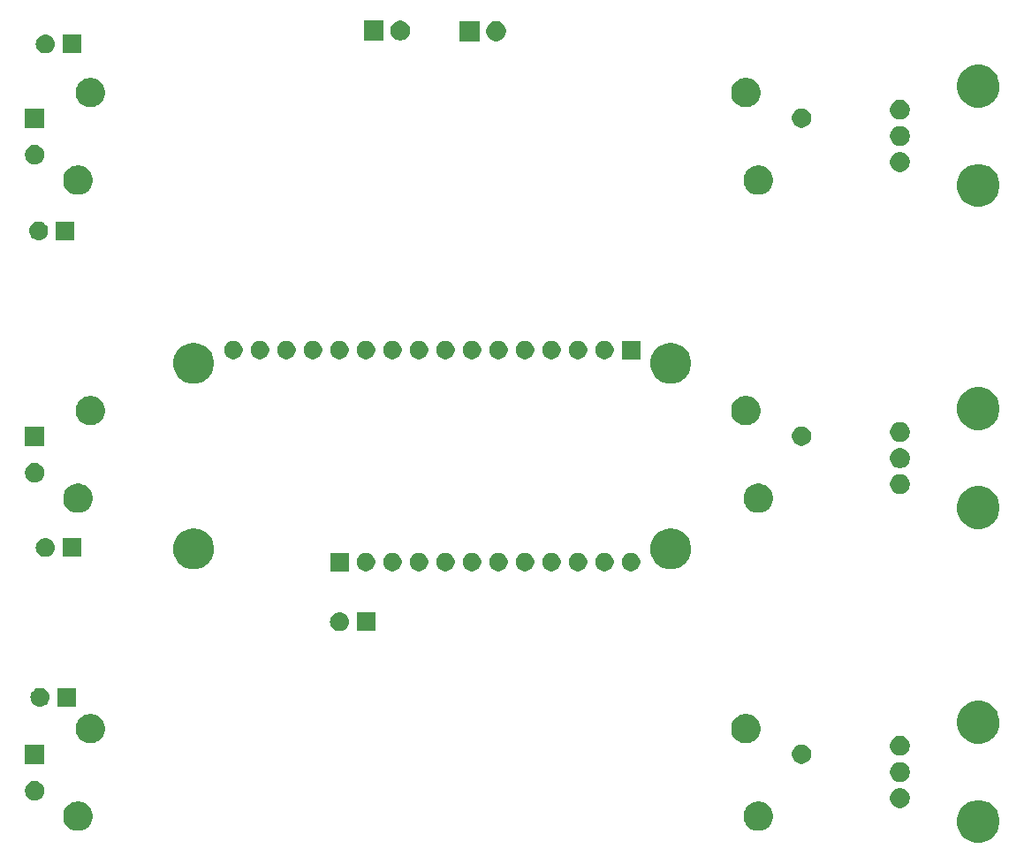
<source format=gbs>
G04 #@! TF.GenerationSoftware,KiCad,Pcbnew,5.0.1-33cea8e~68~ubuntu16.04.1*
G04 #@! TF.CreationDate,2018-11-29T12:11:28+01:00*
G04 #@! TF.ProjectId,midi_controller_pcb,6D6964695F636F6E74726F6C6C65725F,rev?*
G04 #@! TF.SameCoordinates,Original*
G04 #@! TF.FileFunction,Soldermask,Bot*
G04 #@! TF.FilePolarity,Negative*
%FSLAX46Y46*%
G04 Gerber Fmt 4.6, Leading zero omitted, Abs format (unit mm)*
G04 Created by KiCad (PCBNEW 5.0.1-33cea8e~68~ubuntu16.04.1) date Do 29 Nov 2018 12:11:28 CET*
%MOMM*%
%LPD*%
G01*
G04 APERTURE LIST*
%ADD10C,0.100000*%
G04 APERTURE END LIST*
D10*
G36*
X190082252Y-132749818D02*
X190082254Y-132749819D01*
X190082255Y-132749819D01*
X190455513Y-132904427D01*
X190715627Y-133078230D01*
X190791439Y-133128886D01*
X191077114Y-133414561D01*
X191077116Y-133414564D01*
X191301573Y-133750487D01*
X191456181Y-134123745D01*
X191456182Y-134123748D01*
X191535000Y-134519993D01*
X191535000Y-134924007D01*
X191458574Y-135308228D01*
X191456181Y-135320255D01*
X191301573Y-135693513D01*
X191301572Y-135693514D01*
X191077114Y-136029439D01*
X190791439Y-136315114D01*
X190791436Y-136315116D01*
X190455513Y-136539573D01*
X190082255Y-136694181D01*
X190082254Y-136694181D01*
X190082252Y-136694182D01*
X189686007Y-136773000D01*
X189281993Y-136773000D01*
X188885748Y-136694182D01*
X188885746Y-136694181D01*
X188885745Y-136694181D01*
X188512487Y-136539573D01*
X188176564Y-136315116D01*
X188176561Y-136315114D01*
X187890886Y-136029439D01*
X187666428Y-135693514D01*
X187666427Y-135693513D01*
X187511819Y-135320255D01*
X187509427Y-135308228D01*
X187433000Y-134924007D01*
X187433000Y-134519993D01*
X187511818Y-134123748D01*
X187511819Y-134123745D01*
X187666427Y-133750487D01*
X187890884Y-133414564D01*
X187890886Y-133414561D01*
X188176561Y-133128886D01*
X188252373Y-133078230D01*
X188512487Y-132904427D01*
X188885745Y-132749819D01*
X188885746Y-132749819D01*
X188885748Y-132749818D01*
X189281993Y-132671000D01*
X189686007Y-132671000D01*
X190082252Y-132749818D01*
X190082252Y-132749818D01*
G37*
G36*
X168728433Y-132854893D02*
X168818657Y-132872839D01*
X168894916Y-132904427D01*
X169073621Y-132978449D01*
X169303089Y-133131774D01*
X169498226Y-133326911D01*
X169651551Y-133556379D01*
X169757161Y-133811344D01*
X169811000Y-134082012D01*
X169811000Y-134357988D01*
X169757161Y-134628656D01*
X169651551Y-134883621D01*
X169498226Y-135113089D01*
X169303089Y-135308226D01*
X169073621Y-135461551D01*
X168924267Y-135523415D01*
X168818657Y-135567161D01*
X168728433Y-135585107D01*
X168547988Y-135621000D01*
X168272012Y-135621000D01*
X168091567Y-135585107D01*
X168001343Y-135567161D01*
X167895733Y-135523415D01*
X167746379Y-135461551D01*
X167516911Y-135308226D01*
X167321774Y-135113089D01*
X167168449Y-134883621D01*
X167062839Y-134628656D01*
X167009000Y-134357988D01*
X167009000Y-134082012D01*
X167062839Y-133811344D01*
X167168449Y-133556379D01*
X167321774Y-133326911D01*
X167516911Y-133131774D01*
X167746379Y-132978449D01*
X167925084Y-132904427D01*
X168001343Y-132872839D01*
X168091567Y-132854893D01*
X168272012Y-132819000D01*
X168547988Y-132819000D01*
X168728433Y-132854893D01*
X168728433Y-132854893D01*
G37*
G36*
X103528433Y-132854893D02*
X103618657Y-132872839D01*
X103694916Y-132904427D01*
X103873621Y-132978449D01*
X104103089Y-133131774D01*
X104298226Y-133326911D01*
X104451551Y-133556379D01*
X104557161Y-133811344D01*
X104611000Y-134082012D01*
X104611000Y-134357988D01*
X104557161Y-134628656D01*
X104451551Y-134883621D01*
X104298226Y-135113089D01*
X104103089Y-135308226D01*
X103873621Y-135461551D01*
X103724267Y-135523415D01*
X103618657Y-135567161D01*
X103528433Y-135585107D01*
X103347988Y-135621000D01*
X103072012Y-135621000D01*
X102891567Y-135585107D01*
X102801343Y-135567161D01*
X102695733Y-135523415D01*
X102546379Y-135461551D01*
X102316911Y-135308226D01*
X102121774Y-135113089D01*
X101968449Y-134883621D01*
X101862839Y-134628656D01*
X101809000Y-134357988D01*
X101809000Y-134082012D01*
X101862839Y-133811344D01*
X101968449Y-133556379D01*
X102121774Y-133326911D01*
X102316911Y-133131774D01*
X102546379Y-132978449D01*
X102725084Y-132904427D01*
X102801343Y-132872839D01*
X102891567Y-132854893D01*
X103072012Y-132819000D01*
X103347988Y-132819000D01*
X103528433Y-132854893D01*
X103528433Y-132854893D01*
G37*
G36*
X182261396Y-131557546D02*
X182434466Y-131629234D01*
X182590230Y-131733312D01*
X182722688Y-131865770D01*
X182826766Y-132021534D01*
X182898454Y-132194604D01*
X182935000Y-132378333D01*
X182935000Y-132565667D01*
X182898454Y-132749396D01*
X182826766Y-132922466D01*
X182722688Y-133078230D01*
X182590230Y-133210688D01*
X182434466Y-133314766D01*
X182261396Y-133386454D01*
X182077667Y-133423000D01*
X181890333Y-133423000D01*
X181706604Y-133386454D01*
X181533534Y-133314766D01*
X181377770Y-133210688D01*
X181245312Y-133078230D01*
X181141234Y-132922466D01*
X181069546Y-132749396D01*
X181033000Y-132565667D01*
X181033000Y-132378333D01*
X181069546Y-132194604D01*
X181141234Y-132021534D01*
X181245312Y-131865770D01*
X181377770Y-131733312D01*
X181533534Y-131629234D01*
X181706604Y-131557546D01*
X181890333Y-131521000D01*
X182077667Y-131521000D01*
X182261396Y-131557546D01*
X182261396Y-131557546D01*
G37*
G36*
X99330104Y-130879585D02*
X99498626Y-130949389D01*
X99650291Y-131050728D01*
X99779272Y-131179709D01*
X99880611Y-131331374D01*
X99950415Y-131499896D01*
X99986000Y-131678797D01*
X99986000Y-131861203D01*
X99950415Y-132040104D01*
X99880611Y-132208626D01*
X99779272Y-132360291D01*
X99650291Y-132489272D01*
X99498626Y-132590611D01*
X99330104Y-132660415D01*
X99151203Y-132696000D01*
X98968797Y-132696000D01*
X98789896Y-132660415D01*
X98621374Y-132590611D01*
X98469709Y-132489272D01*
X98340728Y-132360291D01*
X98239389Y-132208626D01*
X98169585Y-132040104D01*
X98134000Y-131861203D01*
X98134000Y-131678797D01*
X98169585Y-131499896D01*
X98239389Y-131331374D01*
X98340728Y-131179709D01*
X98469709Y-131050728D01*
X98621374Y-130949389D01*
X98789896Y-130879585D01*
X98968797Y-130844000D01*
X99151203Y-130844000D01*
X99330104Y-130879585D01*
X99330104Y-130879585D01*
G37*
G36*
X182261396Y-129057546D02*
X182434466Y-129129234D01*
X182590230Y-129233312D01*
X182722688Y-129365770D01*
X182826766Y-129521534D01*
X182898454Y-129694604D01*
X182935000Y-129878333D01*
X182935000Y-130065667D01*
X182898454Y-130249396D01*
X182826766Y-130422466D01*
X182722688Y-130578230D01*
X182590230Y-130710688D01*
X182434466Y-130814766D01*
X182261396Y-130886454D01*
X182077667Y-130923000D01*
X181890333Y-130923000D01*
X181706604Y-130886454D01*
X181533534Y-130814766D01*
X181377770Y-130710688D01*
X181245312Y-130578230D01*
X181141234Y-130422466D01*
X181069546Y-130249396D01*
X181033000Y-130065667D01*
X181033000Y-129878333D01*
X181069546Y-129694604D01*
X181141234Y-129521534D01*
X181245312Y-129365770D01*
X181377770Y-129233312D01*
X181533534Y-129129234D01*
X181706604Y-129057546D01*
X181890333Y-129021000D01*
X182077667Y-129021000D01*
X182261396Y-129057546D01*
X182261396Y-129057546D01*
G37*
G36*
X172830104Y-127379585D02*
X172998626Y-127449389D01*
X173150291Y-127550728D01*
X173279272Y-127679709D01*
X173380611Y-127831374D01*
X173450415Y-127999896D01*
X173486000Y-128178797D01*
X173486000Y-128361203D01*
X173450415Y-128540104D01*
X173380611Y-128708626D01*
X173279272Y-128860291D01*
X173150291Y-128989272D01*
X172998626Y-129090611D01*
X172830104Y-129160415D01*
X172651203Y-129196000D01*
X172468797Y-129196000D01*
X172289896Y-129160415D01*
X172121374Y-129090611D01*
X171969709Y-128989272D01*
X171840728Y-128860291D01*
X171739389Y-128708626D01*
X171669585Y-128540104D01*
X171634000Y-128361203D01*
X171634000Y-128178797D01*
X171669585Y-127999896D01*
X171739389Y-127831374D01*
X171840728Y-127679709D01*
X171969709Y-127550728D01*
X172121374Y-127449389D01*
X172289896Y-127379585D01*
X172468797Y-127344000D01*
X172651203Y-127344000D01*
X172830104Y-127379585D01*
X172830104Y-127379585D01*
G37*
G36*
X99986000Y-129196000D02*
X98134000Y-129196000D01*
X98134000Y-127344000D01*
X99986000Y-127344000D01*
X99986000Y-129196000D01*
X99986000Y-129196000D01*
G37*
G36*
X182261396Y-126557546D02*
X182434466Y-126629234D01*
X182590230Y-126733312D01*
X182722688Y-126865770D01*
X182826766Y-127021534D01*
X182898454Y-127194604D01*
X182935000Y-127378333D01*
X182935000Y-127565667D01*
X182898454Y-127749396D01*
X182826766Y-127922466D01*
X182722688Y-128078230D01*
X182590230Y-128210688D01*
X182434466Y-128314766D01*
X182261396Y-128386454D01*
X182077667Y-128423000D01*
X181890333Y-128423000D01*
X181706604Y-128386454D01*
X181533534Y-128314766D01*
X181377770Y-128210688D01*
X181245312Y-128078230D01*
X181141234Y-127922466D01*
X181069546Y-127749396D01*
X181033000Y-127565667D01*
X181033000Y-127378333D01*
X181069546Y-127194604D01*
X181141234Y-127021534D01*
X181245312Y-126865770D01*
X181377770Y-126733312D01*
X181533534Y-126629234D01*
X181706604Y-126557546D01*
X181890333Y-126521000D01*
X182077667Y-126521000D01*
X182261396Y-126557546D01*
X182261396Y-126557546D01*
G37*
G36*
X190082252Y-123249818D02*
X190082254Y-123249819D01*
X190082255Y-123249819D01*
X190455513Y-123404427D01*
X190455514Y-123404428D01*
X190791439Y-123628886D01*
X191077114Y-123914561D01*
X191077116Y-123914564D01*
X191301573Y-124250487D01*
X191371373Y-124419000D01*
X191456182Y-124623748D01*
X191535000Y-125019993D01*
X191535000Y-125424007D01*
X191483680Y-125682012D01*
X191456181Y-125820255D01*
X191301573Y-126193513D01*
X191301572Y-126193514D01*
X191077114Y-126529439D01*
X190791439Y-126815114D01*
X190791436Y-126815116D01*
X190455513Y-127039573D01*
X190082255Y-127194181D01*
X190082254Y-127194181D01*
X190082252Y-127194182D01*
X189686007Y-127273000D01*
X189281993Y-127273000D01*
X188885748Y-127194182D01*
X188885746Y-127194181D01*
X188885745Y-127194181D01*
X188512487Y-127039573D01*
X188176564Y-126815116D01*
X188176561Y-126815114D01*
X187890886Y-126529439D01*
X187666428Y-126193514D01*
X187666427Y-126193513D01*
X187511819Y-125820255D01*
X187484321Y-125682012D01*
X187433000Y-125424007D01*
X187433000Y-125019993D01*
X187511818Y-124623748D01*
X187596627Y-124419000D01*
X187666427Y-124250487D01*
X187890884Y-123914564D01*
X187890886Y-123914561D01*
X188176561Y-123628886D01*
X188512486Y-123404428D01*
X188512487Y-123404427D01*
X188885745Y-123249819D01*
X188885746Y-123249819D01*
X188885748Y-123249818D01*
X189281993Y-123171000D01*
X189686007Y-123171000D01*
X190082252Y-123249818D01*
X190082252Y-123249818D01*
G37*
G36*
X104728433Y-124454893D02*
X104818657Y-124472839D01*
X104924267Y-124516585D01*
X105073621Y-124578449D01*
X105303089Y-124731774D01*
X105498226Y-124926911D01*
X105651551Y-125156379D01*
X105757161Y-125411344D01*
X105811000Y-125682012D01*
X105811000Y-125957988D01*
X105757161Y-126228656D01*
X105651551Y-126483621D01*
X105498226Y-126713089D01*
X105303089Y-126908226D01*
X105073621Y-127061551D01*
X104924267Y-127123415D01*
X104818657Y-127167161D01*
X104728433Y-127185107D01*
X104547988Y-127221000D01*
X104272012Y-127221000D01*
X104091567Y-127185107D01*
X104001343Y-127167161D01*
X103895733Y-127123415D01*
X103746379Y-127061551D01*
X103516911Y-126908226D01*
X103321774Y-126713089D01*
X103168449Y-126483621D01*
X103062839Y-126228656D01*
X103009000Y-125957988D01*
X103009000Y-125682012D01*
X103062839Y-125411344D01*
X103168449Y-125156379D01*
X103321774Y-124926911D01*
X103516911Y-124731774D01*
X103746379Y-124578449D01*
X103895733Y-124516585D01*
X104001343Y-124472839D01*
X104091567Y-124454893D01*
X104272012Y-124419000D01*
X104547988Y-124419000D01*
X104728433Y-124454893D01*
X104728433Y-124454893D01*
G37*
G36*
X167528433Y-124454893D02*
X167618657Y-124472839D01*
X167724267Y-124516585D01*
X167873621Y-124578449D01*
X168103089Y-124731774D01*
X168298226Y-124926911D01*
X168451551Y-125156379D01*
X168557161Y-125411344D01*
X168611000Y-125682012D01*
X168611000Y-125957988D01*
X168557161Y-126228656D01*
X168451551Y-126483621D01*
X168298226Y-126713089D01*
X168103089Y-126908226D01*
X167873621Y-127061551D01*
X167724267Y-127123415D01*
X167618657Y-127167161D01*
X167528433Y-127185107D01*
X167347988Y-127221000D01*
X167072012Y-127221000D01*
X166891567Y-127185107D01*
X166801343Y-127167161D01*
X166695733Y-127123415D01*
X166546379Y-127061551D01*
X166316911Y-126908226D01*
X166121774Y-126713089D01*
X165968449Y-126483621D01*
X165862839Y-126228656D01*
X165809000Y-125957988D01*
X165809000Y-125682012D01*
X165862839Y-125411344D01*
X165968449Y-125156379D01*
X166121774Y-124926911D01*
X166316911Y-124731774D01*
X166546379Y-124578449D01*
X166695733Y-124516585D01*
X166801343Y-124472839D01*
X166891567Y-124454893D01*
X167072012Y-124419000D01*
X167347988Y-124419000D01*
X167528433Y-124454893D01*
X167528433Y-124454893D01*
G37*
G36*
X103009000Y-123710000D02*
X101207000Y-123710000D01*
X101207000Y-121908000D01*
X103009000Y-121908000D01*
X103009000Y-123710000D01*
X103009000Y-123710000D01*
G37*
G36*
X99678442Y-121914518D02*
X99744627Y-121921037D01*
X99857853Y-121955384D01*
X99914467Y-121972557D01*
X100053087Y-122046652D01*
X100070991Y-122056222D01*
X100106729Y-122085552D01*
X100208186Y-122168814D01*
X100291448Y-122270271D01*
X100320778Y-122306009D01*
X100320779Y-122306011D01*
X100404443Y-122462533D01*
X100404443Y-122462534D01*
X100455963Y-122632373D01*
X100473359Y-122809000D01*
X100455963Y-122985627D01*
X100421616Y-123098853D01*
X100404443Y-123155467D01*
X100354010Y-123249819D01*
X100320778Y-123311991D01*
X100291448Y-123347729D01*
X100208186Y-123449186D01*
X100106729Y-123532448D01*
X100070991Y-123561778D01*
X100070989Y-123561779D01*
X99914467Y-123645443D01*
X99857853Y-123662616D01*
X99744627Y-123696963D01*
X99678442Y-123703482D01*
X99612260Y-123710000D01*
X99523740Y-123710000D01*
X99457558Y-123703482D01*
X99391373Y-123696963D01*
X99278147Y-123662616D01*
X99221533Y-123645443D01*
X99065011Y-123561779D01*
X99065009Y-123561778D01*
X99029271Y-123532448D01*
X98927814Y-123449186D01*
X98844552Y-123347729D01*
X98815222Y-123311991D01*
X98781990Y-123249819D01*
X98731557Y-123155467D01*
X98714384Y-123098853D01*
X98680037Y-122985627D01*
X98662641Y-122809000D01*
X98680037Y-122632373D01*
X98731557Y-122462534D01*
X98731557Y-122462533D01*
X98815221Y-122306011D01*
X98815222Y-122306009D01*
X98844552Y-122270271D01*
X98927814Y-122168814D01*
X99029271Y-122085552D01*
X99065009Y-122056222D01*
X99082913Y-122046652D01*
X99221533Y-121972557D01*
X99278147Y-121955384D01*
X99391373Y-121921037D01*
X99457558Y-121914518D01*
X99523740Y-121908000D01*
X99612260Y-121908000D01*
X99678442Y-121914518D01*
X99678442Y-121914518D01*
G37*
G36*
X128380443Y-114675519D02*
X128446627Y-114682037D01*
X128559853Y-114716384D01*
X128616467Y-114733557D01*
X128755087Y-114807652D01*
X128772991Y-114817222D01*
X128808729Y-114846552D01*
X128910186Y-114929814D01*
X128993448Y-115031271D01*
X129022778Y-115067009D01*
X129022779Y-115067011D01*
X129106443Y-115223533D01*
X129106443Y-115223534D01*
X129157963Y-115393373D01*
X129175359Y-115570000D01*
X129157963Y-115746627D01*
X129123616Y-115859853D01*
X129106443Y-115916467D01*
X129032348Y-116055087D01*
X129022778Y-116072991D01*
X128993448Y-116108729D01*
X128910186Y-116210186D01*
X128808729Y-116293448D01*
X128772991Y-116322778D01*
X128772989Y-116322779D01*
X128616467Y-116406443D01*
X128559853Y-116423616D01*
X128446627Y-116457963D01*
X128380442Y-116464482D01*
X128314260Y-116471000D01*
X128225740Y-116471000D01*
X128159558Y-116464482D01*
X128093373Y-116457963D01*
X127980147Y-116423616D01*
X127923533Y-116406443D01*
X127767011Y-116322779D01*
X127767009Y-116322778D01*
X127731271Y-116293448D01*
X127629814Y-116210186D01*
X127546552Y-116108729D01*
X127517222Y-116072991D01*
X127507652Y-116055087D01*
X127433557Y-115916467D01*
X127416384Y-115859853D01*
X127382037Y-115746627D01*
X127364641Y-115570000D01*
X127382037Y-115393373D01*
X127433557Y-115223534D01*
X127433557Y-115223533D01*
X127517221Y-115067011D01*
X127517222Y-115067009D01*
X127546552Y-115031271D01*
X127629814Y-114929814D01*
X127731271Y-114846552D01*
X127767009Y-114817222D01*
X127784913Y-114807652D01*
X127923533Y-114733557D01*
X127980147Y-114716384D01*
X128093373Y-114682037D01*
X128159557Y-114675519D01*
X128225740Y-114669000D01*
X128314260Y-114669000D01*
X128380443Y-114675519D01*
X128380443Y-114675519D01*
G37*
G36*
X131711000Y-116471000D02*
X129909000Y-116471000D01*
X129909000Y-114669000D01*
X131711000Y-114669000D01*
X131711000Y-116471000D01*
X131711000Y-116471000D01*
G37*
G36*
X129153500Y-110738500D02*
X127386500Y-110738500D01*
X127386500Y-108971500D01*
X129153500Y-108971500D01*
X129153500Y-110738500D01*
X129153500Y-110738500D01*
G37*
G36*
X130982362Y-108988476D02*
X131067707Y-109005452D01*
X131228494Y-109072052D01*
X131228495Y-109072053D01*
X131373201Y-109168743D01*
X131496257Y-109291799D01*
X131496259Y-109291802D01*
X131592948Y-109436506D01*
X131659548Y-109597293D01*
X131693500Y-109767983D01*
X131693500Y-109942017D01*
X131659548Y-110112707D01*
X131592948Y-110273494D01*
X131497566Y-110416242D01*
X131496257Y-110418201D01*
X131373201Y-110541257D01*
X131373198Y-110541259D01*
X131228494Y-110637948D01*
X131067707Y-110704548D01*
X130982362Y-110721524D01*
X130897019Y-110738500D01*
X130722981Y-110738500D01*
X130637638Y-110721524D01*
X130552293Y-110704548D01*
X130391506Y-110637948D01*
X130246802Y-110541259D01*
X130246799Y-110541257D01*
X130123743Y-110418201D01*
X130122434Y-110416242D01*
X130027052Y-110273494D01*
X129960452Y-110112707D01*
X129926500Y-109942017D01*
X129926500Y-109767983D01*
X129960452Y-109597293D01*
X130027052Y-109436506D01*
X130123741Y-109291802D01*
X130123743Y-109291799D01*
X130246799Y-109168743D01*
X130391505Y-109072053D01*
X130391506Y-109072052D01*
X130552293Y-109005452D01*
X130637638Y-108988476D01*
X130722981Y-108971500D01*
X130897019Y-108971500D01*
X130982362Y-108988476D01*
X130982362Y-108988476D01*
G37*
G36*
X133522362Y-108988476D02*
X133607707Y-109005452D01*
X133768494Y-109072052D01*
X133768495Y-109072053D01*
X133913201Y-109168743D01*
X134036257Y-109291799D01*
X134036259Y-109291802D01*
X134132948Y-109436506D01*
X134199548Y-109597293D01*
X134233500Y-109767983D01*
X134233500Y-109942017D01*
X134199548Y-110112707D01*
X134132948Y-110273494D01*
X134037566Y-110416242D01*
X134036257Y-110418201D01*
X133913201Y-110541257D01*
X133913198Y-110541259D01*
X133768494Y-110637948D01*
X133607707Y-110704548D01*
X133522362Y-110721524D01*
X133437019Y-110738500D01*
X133262981Y-110738500D01*
X133177638Y-110721524D01*
X133092293Y-110704548D01*
X132931506Y-110637948D01*
X132786802Y-110541259D01*
X132786799Y-110541257D01*
X132663743Y-110418201D01*
X132662434Y-110416242D01*
X132567052Y-110273494D01*
X132500452Y-110112707D01*
X132466500Y-109942017D01*
X132466500Y-109767983D01*
X132500452Y-109597293D01*
X132567052Y-109436506D01*
X132663741Y-109291802D01*
X132663743Y-109291799D01*
X132786799Y-109168743D01*
X132931505Y-109072053D01*
X132931506Y-109072052D01*
X133092293Y-109005452D01*
X133177638Y-108988476D01*
X133262981Y-108971500D01*
X133437019Y-108971500D01*
X133522362Y-108988476D01*
X133522362Y-108988476D01*
G37*
G36*
X136062362Y-108988476D02*
X136147707Y-109005452D01*
X136308494Y-109072052D01*
X136308495Y-109072053D01*
X136453201Y-109168743D01*
X136576257Y-109291799D01*
X136576259Y-109291802D01*
X136672948Y-109436506D01*
X136739548Y-109597293D01*
X136773500Y-109767983D01*
X136773500Y-109942017D01*
X136739548Y-110112707D01*
X136672948Y-110273494D01*
X136577566Y-110416242D01*
X136576257Y-110418201D01*
X136453201Y-110541257D01*
X136453198Y-110541259D01*
X136308494Y-110637948D01*
X136147707Y-110704548D01*
X136062362Y-110721524D01*
X135977019Y-110738500D01*
X135802981Y-110738500D01*
X135717638Y-110721524D01*
X135632293Y-110704548D01*
X135471506Y-110637948D01*
X135326802Y-110541259D01*
X135326799Y-110541257D01*
X135203743Y-110418201D01*
X135202434Y-110416242D01*
X135107052Y-110273494D01*
X135040452Y-110112707D01*
X135006500Y-109942017D01*
X135006500Y-109767983D01*
X135040452Y-109597293D01*
X135107052Y-109436506D01*
X135203741Y-109291802D01*
X135203743Y-109291799D01*
X135326799Y-109168743D01*
X135471505Y-109072053D01*
X135471506Y-109072052D01*
X135632293Y-109005452D01*
X135717638Y-108988476D01*
X135802981Y-108971500D01*
X135977019Y-108971500D01*
X136062362Y-108988476D01*
X136062362Y-108988476D01*
G37*
G36*
X138602362Y-108988476D02*
X138687707Y-109005452D01*
X138848494Y-109072052D01*
X138848495Y-109072053D01*
X138993201Y-109168743D01*
X139116257Y-109291799D01*
X139116259Y-109291802D01*
X139212948Y-109436506D01*
X139279548Y-109597293D01*
X139313500Y-109767983D01*
X139313500Y-109942017D01*
X139279548Y-110112707D01*
X139212948Y-110273494D01*
X139117566Y-110416242D01*
X139116257Y-110418201D01*
X138993201Y-110541257D01*
X138993198Y-110541259D01*
X138848494Y-110637948D01*
X138687707Y-110704548D01*
X138602362Y-110721524D01*
X138517019Y-110738500D01*
X138342981Y-110738500D01*
X138257638Y-110721524D01*
X138172293Y-110704548D01*
X138011506Y-110637948D01*
X137866802Y-110541259D01*
X137866799Y-110541257D01*
X137743743Y-110418201D01*
X137742434Y-110416242D01*
X137647052Y-110273494D01*
X137580452Y-110112707D01*
X137546500Y-109942017D01*
X137546500Y-109767983D01*
X137580452Y-109597293D01*
X137647052Y-109436506D01*
X137743741Y-109291802D01*
X137743743Y-109291799D01*
X137866799Y-109168743D01*
X138011505Y-109072053D01*
X138011506Y-109072052D01*
X138172293Y-109005452D01*
X138257638Y-108988476D01*
X138342981Y-108971500D01*
X138517019Y-108971500D01*
X138602362Y-108988476D01*
X138602362Y-108988476D01*
G37*
G36*
X141142362Y-108988476D02*
X141227707Y-109005452D01*
X141388494Y-109072052D01*
X141388495Y-109072053D01*
X141533201Y-109168743D01*
X141656257Y-109291799D01*
X141656259Y-109291802D01*
X141752948Y-109436506D01*
X141819548Y-109597293D01*
X141853500Y-109767983D01*
X141853500Y-109942017D01*
X141819548Y-110112707D01*
X141752948Y-110273494D01*
X141657566Y-110416242D01*
X141656257Y-110418201D01*
X141533201Y-110541257D01*
X141533198Y-110541259D01*
X141388494Y-110637948D01*
X141227707Y-110704548D01*
X141142362Y-110721524D01*
X141057019Y-110738500D01*
X140882981Y-110738500D01*
X140797638Y-110721524D01*
X140712293Y-110704548D01*
X140551506Y-110637948D01*
X140406802Y-110541259D01*
X140406799Y-110541257D01*
X140283743Y-110418201D01*
X140282434Y-110416242D01*
X140187052Y-110273494D01*
X140120452Y-110112707D01*
X140086500Y-109942017D01*
X140086500Y-109767983D01*
X140120452Y-109597293D01*
X140187052Y-109436506D01*
X140283741Y-109291802D01*
X140283743Y-109291799D01*
X140406799Y-109168743D01*
X140551505Y-109072053D01*
X140551506Y-109072052D01*
X140712293Y-109005452D01*
X140797638Y-108988476D01*
X140882981Y-108971500D01*
X141057019Y-108971500D01*
X141142362Y-108988476D01*
X141142362Y-108988476D01*
G37*
G36*
X146222362Y-108988476D02*
X146307707Y-109005452D01*
X146468494Y-109072052D01*
X146468495Y-109072053D01*
X146613201Y-109168743D01*
X146736257Y-109291799D01*
X146736259Y-109291802D01*
X146832948Y-109436506D01*
X146899548Y-109597293D01*
X146933500Y-109767983D01*
X146933500Y-109942017D01*
X146899548Y-110112707D01*
X146832948Y-110273494D01*
X146737566Y-110416242D01*
X146736257Y-110418201D01*
X146613201Y-110541257D01*
X146613198Y-110541259D01*
X146468494Y-110637948D01*
X146307707Y-110704548D01*
X146222362Y-110721524D01*
X146137019Y-110738500D01*
X145962981Y-110738500D01*
X145877638Y-110721524D01*
X145792293Y-110704548D01*
X145631506Y-110637948D01*
X145486802Y-110541259D01*
X145486799Y-110541257D01*
X145363743Y-110418201D01*
X145362434Y-110416242D01*
X145267052Y-110273494D01*
X145200452Y-110112707D01*
X145166500Y-109942017D01*
X145166500Y-109767983D01*
X145200452Y-109597293D01*
X145267052Y-109436506D01*
X145363741Y-109291802D01*
X145363743Y-109291799D01*
X145486799Y-109168743D01*
X145631505Y-109072053D01*
X145631506Y-109072052D01*
X145792293Y-109005452D01*
X145877638Y-108988476D01*
X145962981Y-108971500D01*
X146137019Y-108971500D01*
X146222362Y-108988476D01*
X146222362Y-108988476D01*
G37*
G36*
X148762362Y-108988476D02*
X148847707Y-109005452D01*
X149008494Y-109072052D01*
X149008495Y-109072053D01*
X149153201Y-109168743D01*
X149276257Y-109291799D01*
X149276259Y-109291802D01*
X149372948Y-109436506D01*
X149439548Y-109597293D01*
X149473500Y-109767983D01*
X149473500Y-109942017D01*
X149439548Y-110112707D01*
X149372948Y-110273494D01*
X149277566Y-110416242D01*
X149276257Y-110418201D01*
X149153201Y-110541257D01*
X149153198Y-110541259D01*
X149008494Y-110637948D01*
X148847707Y-110704548D01*
X148762362Y-110721524D01*
X148677019Y-110738500D01*
X148502981Y-110738500D01*
X148417638Y-110721524D01*
X148332293Y-110704548D01*
X148171506Y-110637948D01*
X148026802Y-110541259D01*
X148026799Y-110541257D01*
X147903743Y-110418201D01*
X147902434Y-110416242D01*
X147807052Y-110273494D01*
X147740452Y-110112707D01*
X147706500Y-109942017D01*
X147706500Y-109767983D01*
X147740452Y-109597293D01*
X147807052Y-109436506D01*
X147903741Y-109291802D01*
X147903743Y-109291799D01*
X148026799Y-109168743D01*
X148171505Y-109072053D01*
X148171506Y-109072052D01*
X148332293Y-109005452D01*
X148417638Y-108988476D01*
X148502981Y-108971500D01*
X148677019Y-108971500D01*
X148762362Y-108988476D01*
X148762362Y-108988476D01*
G37*
G36*
X151302362Y-108988476D02*
X151387707Y-109005452D01*
X151548494Y-109072052D01*
X151548495Y-109072053D01*
X151693201Y-109168743D01*
X151816257Y-109291799D01*
X151816259Y-109291802D01*
X151912948Y-109436506D01*
X151979548Y-109597293D01*
X152013500Y-109767983D01*
X152013500Y-109942017D01*
X151979548Y-110112707D01*
X151912948Y-110273494D01*
X151817566Y-110416242D01*
X151816257Y-110418201D01*
X151693201Y-110541257D01*
X151693198Y-110541259D01*
X151548494Y-110637948D01*
X151387707Y-110704548D01*
X151302362Y-110721524D01*
X151217019Y-110738500D01*
X151042981Y-110738500D01*
X150957638Y-110721524D01*
X150872293Y-110704548D01*
X150711506Y-110637948D01*
X150566802Y-110541259D01*
X150566799Y-110541257D01*
X150443743Y-110418201D01*
X150442434Y-110416242D01*
X150347052Y-110273494D01*
X150280452Y-110112707D01*
X150246500Y-109942017D01*
X150246500Y-109767983D01*
X150280452Y-109597293D01*
X150347052Y-109436506D01*
X150443741Y-109291802D01*
X150443743Y-109291799D01*
X150566799Y-109168743D01*
X150711505Y-109072053D01*
X150711506Y-109072052D01*
X150872293Y-109005452D01*
X150957638Y-108988476D01*
X151042981Y-108971500D01*
X151217019Y-108971500D01*
X151302362Y-108988476D01*
X151302362Y-108988476D01*
G37*
G36*
X153842362Y-108988476D02*
X153927707Y-109005452D01*
X154088494Y-109072052D01*
X154088495Y-109072053D01*
X154233201Y-109168743D01*
X154356257Y-109291799D01*
X154356259Y-109291802D01*
X154452948Y-109436506D01*
X154519548Y-109597293D01*
X154553500Y-109767983D01*
X154553500Y-109942017D01*
X154519548Y-110112707D01*
X154452948Y-110273494D01*
X154357566Y-110416242D01*
X154356257Y-110418201D01*
X154233201Y-110541257D01*
X154233198Y-110541259D01*
X154088494Y-110637948D01*
X153927707Y-110704548D01*
X153842362Y-110721524D01*
X153757019Y-110738500D01*
X153582981Y-110738500D01*
X153497638Y-110721524D01*
X153412293Y-110704548D01*
X153251506Y-110637948D01*
X153106802Y-110541259D01*
X153106799Y-110541257D01*
X152983743Y-110418201D01*
X152982434Y-110416242D01*
X152887052Y-110273494D01*
X152820452Y-110112707D01*
X152786500Y-109942017D01*
X152786500Y-109767983D01*
X152820452Y-109597293D01*
X152887052Y-109436506D01*
X152983741Y-109291802D01*
X152983743Y-109291799D01*
X153106799Y-109168743D01*
X153251505Y-109072053D01*
X153251506Y-109072052D01*
X153412293Y-109005452D01*
X153497638Y-108988476D01*
X153582981Y-108971500D01*
X153757019Y-108971500D01*
X153842362Y-108988476D01*
X153842362Y-108988476D01*
G37*
G36*
X156382362Y-108988476D02*
X156467707Y-109005452D01*
X156628494Y-109072052D01*
X156628495Y-109072053D01*
X156773201Y-109168743D01*
X156896257Y-109291799D01*
X156896259Y-109291802D01*
X156992948Y-109436506D01*
X157059548Y-109597293D01*
X157093500Y-109767983D01*
X157093500Y-109942017D01*
X157059548Y-110112707D01*
X156992948Y-110273494D01*
X156897566Y-110416242D01*
X156896257Y-110418201D01*
X156773201Y-110541257D01*
X156773198Y-110541259D01*
X156628494Y-110637948D01*
X156467707Y-110704548D01*
X156382362Y-110721524D01*
X156297019Y-110738500D01*
X156122981Y-110738500D01*
X156037638Y-110721524D01*
X155952293Y-110704548D01*
X155791506Y-110637948D01*
X155646802Y-110541259D01*
X155646799Y-110541257D01*
X155523743Y-110418201D01*
X155522434Y-110416242D01*
X155427052Y-110273494D01*
X155360452Y-110112707D01*
X155326500Y-109942017D01*
X155326500Y-109767983D01*
X155360452Y-109597293D01*
X155427052Y-109436506D01*
X155523741Y-109291802D01*
X155523743Y-109291799D01*
X155646799Y-109168743D01*
X155791505Y-109072053D01*
X155791506Y-109072052D01*
X155952293Y-109005452D01*
X156037638Y-108988476D01*
X156122981Y-108971500D01*
X156297019Y-108971500D01*
X156382362Y-108988476D01*
X156382362Y-108988476D01*
G37*
G36*
X143682362Y-108988476D02*
X143767707Y-109005452D01*
X143928494Y-109072052D01*
X143928495Y-109072053D01*
X144073201Y-109168743D01*
X144196257Y-109291799D01*
X144196259Y-109291802D01*
X144292948Y-109436506D01*
X144359548Y-109597293D01*
X144393500Y-109767983D01*
X144393500Y-109942017D01*
X144359548Y-110112707D01*
X144292948Y-110273494D01*
X144197566Y-110416242D01*
X144196257Y-110418201D01*
X144073201Y-110541257D01*
X144073198Y-110541259D01*
X143928494Y-110637948D01*
X143767707Y-110704548D01*
X143682362Y-110721524D01*
X143597019Y-110738500D01*
X143422981Y-110738500D01*
X143337638Y-110721524D01*
X143252293Y-110704548D01*
X143091506Y-110637948D01*
X142946802Y-110541259D01*
X142946799Y-110541257D01*
X142823743Y-110418201D01*
X142822434Y-110416242D01*
X142727052Y-110273494D01*
X142660452Y-110112707D01*
X142626500Y-109942017D01*
X142626500Y-109767983D01*
X142660452Y-109597293D01*
X142727052Y-109436506D01*
X142823741Y-109291802D01*
X142823743Y-109291799D01*
X142946799Y-109168743D01*
X143091505Y-109072053D01*
X143091506Y-109072052D01*
X143252293Y-109005452D01*
X143337638Y-108988476D01*
X143422981Y-108971500D01*
X143597019Y-108971500D01*
X143682362Y-108988476D01*
X143682362Y-108988476D01*
G37*
G36*
X160464579Y-106679112D02*
X160590544Y-106704168D01*
X160737991Y-106765243D01*
X160946512Y-106851615D01*
X161266880Y-107065678D01*
X161539322Y-107338120D01*
X161753385Y-107658488D01*
X161900832Y-108014457D01*
X161976000Y-108392349D01*
X161976000Y-108777651D01*
X161939531Y-108960991D01*
X161900832Y-109155544D01*
X161877953Y-109210778D01*
X161753385Y-109511512D01*
X161539322Y-109831880D01*
X161266880Y-110104322D01*
X160946512Y-110318385D01*
X160737991Y-110404757D01*
X160590544Y-110465832D01*
X160464579Y-110490888D01*
X160212651Y-110541000D01*
X159827349Y-110541000D01*
X159575421Y-110490888D01*
X159449456Y-110465832D01*
X159302009Y-110404757D01*
X159093488Y-110318385D01*
X158773120Y-110104322D01*
X158500678Y-109831880D01*
X158286615Y-109511512D01*
X158162047Y-109210778D01*
X158139168Y-109155544D01*
X158100469Y-108960991D01*
X158064000Y-108777651D01*
X158064000Y-108392349D01*
X158139168Y-108014457D01*
X158286615Y-107658488D01*
X158500678Y-107338120D01*
X158773120Y-107065678D01*
X159093488Y-106851615D01*
X159302009Y-106765243D01*
X159449456Y-106704168D01*
X159575421Y-106679112D01*
X159827349Y-106629000D01*
X160212651Y-106629000D01*
X160464579Y-106679112D01*
X160464579Y-106679112D01*
G37*
G36*
X114744579Y-106679112D02*
X114870544Y-106704168D01*
X115017991Y-106765243D01*
X115226512Y-106851615D01*
X115546880Y-107065678D01*
X115819322Y-107338120D01*
X116033385Y-107658488D01*
X116180832Y-108014457D01*
X116256000Y-108392349D01*
X116256000Y-108777651D01*
X116219531Y-108960991D01*
X116180832Y-109155544D01*
X116157953Y-109210778D01*
X116033385Y-109511512D01*
X115819322Y-109831880D01*
X115546880Y-110104322D01*
X115226512Y-110318385D01*
X115017991Y-110404757D01*
X114870544Y-110465832D01*
X114744579Y-110490888D01*
X114492651Y-110541000D01*
X114107349Y-110541000D01*
X113855421Y-110490888D01*
X113729456Y-110465832D01*
X113582009Y-110404757D01*
X113373488Y-110318385D01*
X113053120Y-110104322D01*
X112780678Y-109831880D01*
X112566615Y-109511512D01*
X112442047Y-109210778D01*
X112419168Y-109155544D01*
X112380469Y-108960991D01*
X112344000Y-108777651D01*
X112344000Y-108392349D01*
X112419168Y-108014457D01*
X112566615Y-107658488D01*
X112780678Y-107338120D01*
X113053120Y-107065678D01*
X113373488Y-106851615D01*
X113582009Y-106765243D01*
X113729456Y-106704168D01*
X113855421Y-106679112D01*
X114107349Y-106629000D01*
X114492651Y-106629000D01*
X114744579Y-106679112D01*
X114744579Y-106679112D01*
G37*
G36*
X100186443Y-107563519D02*
X100252627Y-107570037D01*
X100365853Y-107604384D01*
X100422467Y-107621557D01*
X100491557Y-107658487D01*
X100578991Y-107705222D01*
X100614729Y-107734552D01*
X100716186Y-107817814D01*
X100799448Y-107919271D01*
X100828778Y-107955009D01*
X100828779Y-107955011D01*
X100912443Y-108111533D01*
X100912443Y-108111534D01*
X100963963Y-108281373D01*
X100981359Y-108458000D01*
X100963963Y-108634627D01*
X100929616Y-108747853D01*
X100912443Y-108804467D01*
X100838348Y-108943087D01*
X100828778Y-108960991D01*
X100820153Y-108971500D01*
X100716186Y-109098186D01*
X100614729Y-109181448D01*
X100578991Y-109210778D01*
X100578989Y-109210779D01*
X100422467Y-109294443D01*
X100365853Y-109311616D01*
X100252627Y-109345963D01*
X100186443Y-109352481D01*
X100120260Y-109359000D01*
X100031740Y-109359000D01*
X99965557Y-109352481D01*
X99899373Y-109345963D01*
X99786147Y-109311616D01*
X99729533Y-109294443D01*
X99573011Y-109210779D01*
X99573009Y-109210778D01*
X99537271Y-109181448D01*
X99435814Y-109098186D01*
X99331847Y-108971500D01*
X99323222Y-108960991D01*
X99313652Y-108943087D01*
X99239557Y-108804467D01*
X99222384Y-108747853D01*
X99188037Y-108634627D01*
X99170641Y-108458000D01*
X99188037Y-108281373D01*
X99239557Y-108111534D01*
X99239557Y-108111533D01*
X99323221Y-107955011D01*
X99323222Y-107955009D01*
X99352552Y-107919271D01*
X99435814Y-107817814D01*
X99537271Y-107734552D01*
X99573009Y-107705222D01*
X99660443Y-107658487D01*
X99729533Y-107621557D01*
X99786147Y-107604384D01*
X99899373Y-107570037D01*
X99965557Y-107563519D01*
X100031740Y-107557000D01*
X100120260Y-107557000D01*
X100186443Y-107563519D01*
X100186443Y-107563519D01*
G37*
G36*
X103517000Y-109359000D02*
X101715000Y-109359000D01*
X101715000Y-107557000D01*
X103517000Y-107557000D01*
X103517000Y-109359000D01*
X103517000Y-109359000D01*
G37*
G36*
X190082252Y-102675818D02*
X190082254Y-102675819D01*
X190082255Y-102675819D01*
X190455513Y-102830427D01*
X190715627Y-103004230D01*
X190791439Y-103054886D01*
X191077114Y-103340561D01*
X191077116Y-103340564D01*
X191301573Y-103676487D01*
X191385036Y-103877986D01*
X191456182Y-104049748D01*
X191526572Y-104403622D01*
X191535000Y-104445994D01*
X191535000Y-104850006D01*
X191456181Y-105246255D01*
X191301573Y-105619513D01*
X191301572Y-105619514D01*
X191077114Y-105955439D01*
X190791439Y-106241114D01*
X190791436Y-106241116D01*
X190455513Y-106465573D01*
X190082255Y-106620181D01*
X190082254Y-106620181D01*
X190082252Y-106620182D01*
X189686007Y-106699000D01*
X189281993Y-106699000D01*
X188885748Y-106620182D01*
X188885746Y-106620181D01*
X188885745Y-106620181D01*
X188512487Y-106465573D01*
X188176564Y-106241116D01*
X188176561Y-106241114D01*
X187890886Y-105955439D01*
X187666428Y-105619514D01*
X187666427Y-105619513D01*
X187511819Y-105246255D01*
X187433000Y-104850006D01*
X187433000Y-104445994D01*
X187441428Y-104403622D01*
X187511818Y-104049748D01*
X187582964Y-103877986D01*
X187666427Y-103676487D01*
X187890884Y-103340564D01*
X187890886Y-103340561D01*
X188176561Y-103054886D01*
X188252373Y-103004230D01*
X188512487Y-102830427D01*
X188885745Y-102675819D01*
X188885746Y-102675819D01*
X188885748Y-102675818D01*
X189281993Y-102597000D01*
X189686007Y-102597000D01*
X190082252Y-102675818D01*
X190082252Y-102675818D01*
G37*
G36*
X168728433Y-102374893D02*
X168818657Y-102392839D01*
X168924267Y-102436585D01*
X169073621Y-102498449D01*
X169303089Y-102651774D01*
X169498226Y-102846911D01*
X169651551Y-103076379D01*
X169713415Y-103225733D01*
X169757161Y-103331343D01*
X169758995Y-103340564D01*
X169811000Y-103602012D01*
X169811000Y-103877988D01*
X169757161Y-104148656D01*
X169651551Y-104403621D01*
X169498226Y-104633089D01*
X169303089Y-104828226D01*
X169073621Y-104981551D01*
X168924267Y-105043415D01*
X168818657Y-105087161D01*
X168728433Y-105105107D01*
X168547988Y-105141000D01*
X168272012Y-105141000D01*
X168091567Y-105105107D01*
X168001343Y-105087161D01*
X167895733Y-105043415D01*
X167746379Y-104981551D01*
X167516911Y-104828226D01*
X167321774Y-104633089D01*
X167168449Y-104403621D01*
X167062839Y-104148656D01*
X167009000Y-103877988D01*
X167009000Y-103602012D01*
X167061005Y-103340564D01*
X167062839Y-103331343D01*
X167106585Y-103225733D01*
X167168449Y-103076379D01*
X167321774Y-102846911D01*
X167516911Y-102651774D01*
X167746379Y-102498449D01*
X167895733Y-102436585D01*
X168001343Y-102392839D01*
X168091567Y-102374893D01*
X168272012Y-102339000D01*
X168547988Y-102339000D01*
X168728433Y-102374893D01*
X168728433Y-102374893D01*
G37*
G36*
X103528433Y-102374893D02*
X103618657Y-102392839D01*
X103724267Y-102436585D01*
X103873621Y-102498449D01*
X104103089Y-102651774D01*
X104298226Y-102846911D01*
X104451551Y-103076379D01*
X104513415Y-103225733D01*
X104557161Y-103331343D01*
X104558995Y-103340564D01*
X104611000Y-103602012D01*
X104611000Y-103877988D01*
X104557161Y-104148656D01*
X104451551Y-104403621D01*
X104298226Y-104633089D01*
X104103089Y-104828226D01*
X103873621Y-104981551D01*
X103724267Y-105043415D01*
X103618657Y-105087161D01*
X103528433Y-105105107D01*
X103347988Y-105141000D01*
X103072012Y-105141000D01*
X102891567Y-105105107D01*
X102801343Y-105087161D01*
X102695733Y-105043415D01*
X102546379Y-104981551D01*
X102316911Y-104828226D01*
X102121774Y-104633089D01*
X101968449Y-104403621D01*
X101862839Y-104148656D01*
X101809000Y-103877988D01*
X101809000Y-103602012D01*
X101861005Y-103340564D01*
X101862839Y-103331343D01*
X101906585Y-103225733D01*
X101968449Y-103076379D01*
X102121774Y-102846911D01*
X102316911Y-102651774D01*
X102546379Y-102498449D01*
X102695733Y-102436585D01*
X102801343Y-102392839D01*
X102891567Y-102374893D01*
X103072012Y-102339000D01*
X103347988Y-102339000D01*
X103528433Y-102374893D01*
X103528433Y-102374893D01*
G37*
G36*
X182261396Y-101483546D02*
X182434466Y-101555234D01*
X182590230Y-101659312D01*
X182722688Y-101791770D01*
X182826766Y-101947534D01*
X182898454Y-102120604D01*
X182935000Y-102304333D01*
X182935000Y-102491667D01*
X182898454Y-102675396D01*
X182826766Y-102848466D01*
X182722688Y-103004230D01*
X182590230Y-103136688D01*
X182434466Y-103240766D01*
X182261396Y-103312454D01*
X182077667Y-103349000D01*
X181890333Y-103349000D01*
X181706604Y-103312454D01*
X181533534Y-103240766D01*
X181377770Y-103136688D01*
X181245312Y-103004230D01*
X181141234Y-102848466D01*
X181069546Y-102675396D01*
X181033000Y-102491667D01*
X181033000Y-102304333D01*
X181069546Y-102120604D01*
X181141234Y-101947534D01*
X181245312Y-101791770D01*
X181377770Y-101659312D01*
X181533534Y-101555234D01*
X181706604Y-101483546D01*
X181890333Y-101447000D01*
X182077667Y-101447000D01*
X182261396Y-101483546D01*
X182261396Y-101483546D01*
G37*
G36*
X99330104Y-100399585D02*
X99498626Y-100469389D01*
X99650291Y-100570728D01*
X99779272Y-100699709D01*
X99880611Y-100851374D01*
X99950415Y-101019896D01*
X99986000Y-101198797D01*
X99986000Y-101381203D01*
X99950415Y-101560104D01*
X99880611Y-101728626D01*
X99779272Y-101880291D01*
X99650291Y-102009272D01*
X99498626Y-102110611D01*
X99330104Y-102180415D01*
X99151203Y-102216000D01*
X98968797Y-102216000D01*
X98789896Y-102180415D01*
X98621374Y-102110611D01*
X98469709Y-102009272D01*
X98340728Y-101880291D01*
X98239389Y-101728626D01*
X98169585Y-101560104D01*
X98134000Y-101381203D01*
X98134000Y-101198797D01*
X98169585Y-101019896D01*
X98239389Y-100851374D01*
X98340728Y-100699709D01*
X98469709Y-100570728D01*
X98621374Y-100469389D01*
X98789896Y-100399585D01*
X98968797Y-100364000D01*
X99151203Y-100364000D01*
X99330104Y-100399585D01*
X99330104Y-100399585D01*
G37*
G36*
X182261396Y-98983546D02*
X182434466Y-99055234D01*
X182590230Y-99159312D01*
X182722688Y-99291770D01*
X182826766Y-99447534D01*
X182898454Y-99620604D01*
X182935000Y-99804333D01*
X182935000Y-99991667D01*
X182898454Y-100175396D01*
X182826766Y-100348466D01*
X182722688Y-100504230D01*
X182590230Y-100636688D01*
X182434466Y-100740766D01*
X182261396Y-100812454D01*
X182077667Y-100849000D01*
X181890333Y-100849000D01*
X181706604Y-100812454D01*
X181533534Y-100740766D01*
X181377770Y-100636688D01*
X181245312Y-100504230D01*
X181141234Y-100348466D01*
X181069546Y-100175396D01*
X181033000Y-99991667D01*
X181033000Y-99804333D01*
X181069546Y-99620604D01*
X181141234Y-99447534D01*
X181245312Y-99291770D01*
X181377770Y-99159312D01*
X181533534Y-99055234D01*
X181706604Y-98983546D01*
X181890333Y-98947000D01*
X182077667Y-98947000D01*
X182261396Y-98983546D01*
X182261396Y-98983546D01*
G37*
G36*
X99986000Y-98716000D02*
X98134000Y-98716000D01*
X98134000Y-96864000D01*
X99986000Y-96864000D01*
X99986000Y-98716000D01*
X99986000Y-98716000D01*
G37*
G36*
X172830104Y-96899585D02*
X172998626Y-96969389D01*
X173150291Y-97070728D01*
X173279272Y-97199709D01*
X173380611Y-97351374D01*
X173450415Y-97519896D01*
X173486000Y-97698797D01*
X173486000Y-97881203D01*
X173450415Y-98060104D01*
X173380611Y-98228626D01*
X173279272Y-98380291D01*
X173150291Y-98509272D01*
X172998626Y-98610611D01*
X172830104Y-98680415D01*
X172651203Y-98716000D01*
X172468797Y-98716000D01*
X172289896Y-98680415D01*
X172121374Y-98610611D01*
X171969709Y-98509272D01*
X171840728Y-98380291D01*
X171739389Y-98228626D01*
X171669585Y-98060104D01*
X171634000Y-97881203D01*
X171634000Y-97698797D01*
X171669585Y-97519896D01*
X171739389Y-97351374D01*
X171840728Y-97199709D01*
X171969709Y-97070728D01*
X172121374Y-96969389D01*
X172289896Y-96899585D01*
X172468797Y-96864000D01*
X172651203Y-96864000D01*
X172830104Y-96899585D01*
X172830104Y-96899585D01*
G37*
G36*
X182261396Y-96483546D02*
X182434466Y-96555234D01*
X182590230Y-96659312D01*
X182722688Y-96791770D01*
X182826766Y-96947534D01*
X182898454Y-97120604D01*
X182935000Y-97304333D01*
X182935000Y-97491667D01*
X182898454Y-97675396D01*
X182826766Y-97848466D01*
X182722688Y-98004230D01*
X182590230Y-98136688D01*
X182434466Y-98240766D01*
X182261396Y-98312454D01*
X182077667Y-98349000D01*
X181890333Y-98349000D01*
X181706604Y-98312454D01*
X181533534Y-98240766D01*
X181377770Y-98136688D01*
X181245312Y-98004230D01*
X181141234Y-97848466D01*
X181069546Y-97675396D01*
X181033000Y-97491667D01*
X181033000Y-97304333D01*
X181069546Y-97120604D01*
X181141234Y-96947534D01*
X181245312Y-96791770D01*
X181377770Y-96659312D01*
X181533534Y-96555234D01*
X181706604Y-96483546D01*
X181890333Y-96447000D01*
X182077667Y-96447000D01*
X182261396Y-96483546D01*
X182261396Y-96483546D01*
G37*
G36*
X190082252Y-93175818D02*
X190082254Y-93175819D01*
X190082255Y-93175819D01*
X190455513Y-93330427D01*
X190455514Y-93330428D01*
X190791439Y-93554886D01*
X191077114Y-93840561D01*
X191077116Y-93840564D01*
X191301573Y-94176487D01*
X191456181Y-94549745D01*
X191535000Y-94945994D01*
X191535000Y-95350006D01*
X191456181Y-95746255D01*
X191301573Y-96119513D01*
X191301572Y-96119514D01*
X191077114Y-96455439D01*
X190791439Y-96741114D01*
X190791436Y-96741116D01*
X190455513Y-96965573D01*
X190082255Y-97120181D01*
X190082254Y-97120181D01*
X190082252Y-97120182D01*
X189686007Y-97199000D01*
X189281993Y-97199000D01*
X188885748Y-97120182D01*
X188885746Y-97120181D01*
X188885745Y-97120181D01*
X188512487Y-96965573D01*
X188176564Y-96741116D01*
X188176561Y-96741114D01*
X187890886Y-96455439D01*
X187666428Y-96119514D01*
X187666427Y-96119513D01*
X187511819Y-95746255D01*
X187433000Y-95350006D01*
X187433000Y-94945994D01*
X187511819Y-94549745D01*
X187666427Y-94176487D01*
X187890884Y-93840564D01*
X187890886Y-93840561D01*
X188176561Y-93554886D01*
X188512486Y-93330428D01*
X188512487Y-93330427D01*
X188885745Y-93175819D01*
X188885746Y-93175819D01*
X188885748Y-93175818D01*
X189281993Y-93097000D01*
X189686007Y-93097000D01*
X190082252Y-93175818D01*
X190082252Y-93175818D01*
G37*
G36*
X167528433Y-93974893D02*
X167618657Y-93992839D01*
X167724267Y-94036585D01*
X167873621Y-94098449D01*
X168103089Y-94251774D01*
X168298226Y-94446911D01*
X168451551Y-94676379D01*
X168557161Y-94931344D01*
X168611000Y-95202012D01*
X168611000Y-95477988D01*
X168557161Y-95748656D01*
X168451551Y-96003621D01*
X168298226Y-96233089D01*
X168103089Y-96428226D01*
X167873621Y-96581551D01*
X167724267Y-96643415D01*
X167618657Y-96687161D01*
X167528433Y-96705107D01*
X167347988Y-96741000D01*
X167072012Y-96741000D01*
X166891567Y-96705107D01*
X166801343Y-96687161D01*
X166695733Y-96643415D01*
X166546379Y-96581551D01*
X166316911Y-96428226D01*
X166121774Y-96233089D01*
X165968449Y-96003621D01*
X165862839Y-95748656D01*
X165809000Y-95477988D01*
X165809000Y-95202012D01*
X165862839Y-94931344D01*
X165968449Y-94676379D01*
X166121774Y-94446911D01*
X166316911Y-94251774D01*
X166546379Y-94098449D01*
X166695733Y-94036585D01*
X166801343Y-93992839D01*
X166891567Y-93974893D01*
X167072012Y-93939000D01*
X167347988Y-93939000D01*
X167528433Y-93974893D01*
X167528433Y-93974893D01*
G37*
G36*
X104728433Y-93974893D02*
X104818657Y-93992839D01*
X104924267Y-94036585D01*
X105073621Y-94098449D01*
X105303089Y-94251774D01*
X105498226Y-94446911D01*
X105651551Y-94676379D01*
X105757161Y-94931344D01*
X105811000Y-95202012D01*
X105811000Y-95477988D01*
X105757161Y-95748656D01*
X105651551Y-96003621D01*
X105498226Y-96233089D01*
X105303089Y-96428226D01*
X105073621Y-96581551D01*
X104924267Y-96643415D01*
X104818657Y-96687161D01*
X104728433Y-96705107D01*
X104547988Y-96741000D01*
X104272012Y-96741000D01*
X104091567Y-96705107D01*
X104001343Y-96687161D01*
X103895733Y-96643415D01*
X103746379Y-96581551D01*
X103516911Y-96428226D01*
X103321774Y-96233089D01*
X103168449Y-96003621D01*
X103062839Y-95748656D01*
X103009000Y-95477988D01*
X103009000Y-95202012D01*
X103062839Y-94931344D01*
X103168449Y-94676379D01*
X103321774Y-94446911D01*
X103516911Y-94251774D01*
X103746379Y-94098449D01*
X103895733Y-94036585D01*
X104001343Y-93992839D01*
X104091567Y-93974893D01*
X104272012Y-93939000D01*
X104547988Y-93939000D01*
X104728433Y-93974893D01*
X104728433Y-93974893D01*
G37*
G36*
X114744579Y-88899112D02*
X114870544Y-88924168D01*
X114985535Y-88971799D01*
X115226512Y-89071615D01*
X115546880Y-89285678D01*
X115819322Y-89558120D01*
X116033385Y-89878488D01*
X116064453Y-89953494D01*
X116175366Y-90221259D01*
X116180832Y-90234457D01*
X116256000Y-90612349D01*
X116256000Y-90997651D01*
X116180832Y-91375543D01*
X116033385Y-91731512D01*
X115819322Y-92051880D01*
X115546880Y-92324322D01*
X115226512Y-92538385D01*
X115017991Y-92624757D01*
X114870544Y-92685832D01*
X114744579Y-92710888D01*
X114492651Y-92761000D01*
X114107349Y-92761000D01*
X113855421Y-92710888D01*
X113729456Y-92685832D01*
X113582009Y-92624757D01*
X113373488Y-92538385D01*
X113053120Y-92324322D01*
X112780678Y-92051880D01*
X112566615Y-91731512D01*
X112419168Y-91375543D01*
X112344000Y-90997651D01*
X112344000Y-90612349D01*
X112419168Y-90234457D01*
X112424635Y-90221259D01*
X112535547Y-89953494D01*
X112566615Y-89878488D01*
X112780678Y-89558120D01*
X113053120Y-89285678D01*
X113373488Y-89071615D01*
X113614465Y-88971799D01*
X113729456Y-88924168D01*
X113855421Y-88899112D01*
X114107349Y-88849000D01*
X114492651Y-88849000D01*
X114744579Y-88899112D01*
X114744579Y-88899112D01*
G37*
G36*
X160464579Y-88899112D02*
X160590544Y-88924168D01*
X160705535Y-88971799D01*
X160946512Y-89071615D01*
X161266880Y-89285678D01*
X161539322Y-89558120D01*
X161753385Y-89878488D01*
X161784453Y-89953494D01*
X161895366Y-90221259D01*
X161900832Y-90234457D01*
X161976000Y-90612349D01*
X161976000Y-90997651D01*
X161900832Y-91375543D01*
X161753385Y-91731512D01*
X161539322Y-92051880D01*
X161266880Y-92324322D01*
X160946512Y-92538385D01*
X160737991Y-92624757D01*
X160590544Y-92685832D01*
X160464579Y-92710888D01*
X160212651Y-92761000D01*
X159827349Y-92761000D01*
X159575421Y-92710888D01*
X159449456Y-92685832D01*
X159302009Y-92624757D01*
X159093488Y-92538385D01*
X158773120Y-92324322D01*
X158500678Y-92051880D01*
X158286615Y-91731512D01*
X158139168Y-91375543D01*
X158064000Y-90997651D01*
X158064000Y-90612349D01*
X158139168Y-90234457D01*
X158144635Y-90221259D01*
X158255547Y-89953494D01*
X158286615Y-89878488D01*
X158500678Y-89558120D01*
X158773120Y-89285678D01*
X159093488Y-89071615D01*
X159334465Y-88971799D01*
X159449456Y-88924168D01*
X159575421Y-88899112D01*
X159827349Y-88849000D01*
X160212651Y-88849000D01*
X160464579Y-88899112D01*
X160464579Y-88899112D01*
G37*
G36*
X148762362Y-88668476D02*
X148847707Y-88685452D01*
X149008494Y-88752052D01*
X149008495Y-88752053D01*
X149153201Y-88848743D01*
X149276257Y-88971799D01*
X149276259Y-88971802D01*
X149372948Y-89116506D01*
X149439548Y-89277293D01*
X149473500Y-89447983D01*
X149473500Y-89622017D01*
X149439548Y-89792707D01*
X149372948Y-89953494D01*
X149372947Y-89953495D01*
X149276257Y-90098201D01*
X149153201Y-90221257D01*
X149153198Y-90221259D01*
X149008494Y-90317948D01*
X148847707Y-90384548D01*
X148762362Y-90401524D01*
X148677019Y-90418500D01*
X148502981Y-90418500D01*
X148417638Y-90401524D01*
X148332293Y-90384548D01*
X148171506Y-90317948D01*
X148026802Y-90221259D01*
X148026799Y-90221257D01*
X147903743Y-90098201D01*
X147807053Y-89953495D01*
X147807052Y-89953494D01*
X147740452Y-89792707D01*
X147706500Y-89622017D01*
X147706500Y-89447983D01*
X147740452Y-89277293D01*
X147807052Y-89116506D01*
X147903741Y-88971802D01*
X147903743Y-88971799D01*
X148026799Y-88848743D01*
X148171505Y-88752053D01*
X148171506Y-88752052D01*
X148332293Y-88685452D01*
X148417638Y-88668476D01*
X148502981Y-88651500D01*
X148677019Y-88651500D01*
X148762362Y-88668476D01*
X148762362Y-88668476D01*
G37*
G36*
X125902362Y-88668476D02*
X125987707Y-88685452D01*
X126148494Y-88752052D01*
X126148495Y-88752053D01*
X126293201Y-88848743D01*
X126416257Y-88971799D01*
X126416259Y-88971802D01*
X126512948Y-89116506D01*
X126579548Y-89277293D01*
X126613500Y-89447983D01*
X126613500Y-89622017D01*
X126579548Y-89792707D01*
X126512948Y-89953494D01*
X126512947Y-89953495D01*
X126416257Y-90098201D01*
X126293201Y-90221257D01*
X126293198Y-90221259D01*
X126148494Y-90317948D01*
X125987707Y-90384548D01*
X125902362Y-90401524D01*
X125817019Y-90418500D01*
X125642981Y-90418500D01*
X125557638Y-90401524D01*
X125472293Y-90384548D01*
X125311506Y-90317948D01*
X125166802Y-90221259D01*
X125166799Y-90221257D01*
X125043743Y-90098201D01*
X124947053Y-89953495D01*
X124947052Y-89953494D01*
X124880452Y-89792707D01*
X124846500Y-89622017D01*
X124846500Y-89447983D01*
X124880452Y-89277293D01*
X124947052Y-89116506D01*
X125043741Y-88971802D01*
X125043743Y-88971799D01*
X125166799Y-88848743D01*
X125311505Y-88752053D01*
X125311506Y-88752052D01*
X125472293Y-88685452D01*
X125557638Y-88668476D01*
X125642981Y-88651500D01*
X125817019Y-88651500D01*
X125902362Y-88668476D01*
X125902362Y-88668476D01*
G37*
G36*
X130982362Y-88668476D02*
X131067707Y-88685452D01*
X131228494Y-88752052D01*
X131228495Y-88752053D01*
X131373201Y-88848743D01*
X131496257Y-88971799D01*
X131496259Y-88971802D01*
X131592948Y-89116506D01*
X131659548Y-89277293D01*
X131693500Y-89447983D01*
X131693500Y-89622017D01*
X131659548Y-89792707D01*
X131592948Y-89953494D01*
X131592947Y-89953495D01*
X131496257Y-90098201D01*
X131373201Y-90221257D01*
X131373198Y-90221259D01*
X131228494Y-90317948D01*
X131067707Y-90384548D01*
X130982362Y-90401524D01*
X130897019Y-90418500D01*
X130722981Y-90418500D01*
X130637638Y-90401524D01*
X130552293Y-90384548D01*
X130391506Y-90317948D01*
X130246802Y-90221259D01*
X130246799Y-90221257D01*
X130123743Y-90098201D01*
X130027053Y-89953495D01*
X130027052Y-89953494D01*
X129960452Y-89792707D01*
X129926500Y-89622017D01*
X129926500Y-89447983D01*
X129960452Y-89277293D01*
X130027052Y-89116506D01*
X130123741Y-88971802D01*
X130123743Y-88971799D01*
X130246799Y-88848743D01*
X130391505Y-88752053D01*
X130391506Y-88752052D01*
X130552293Y-88685452D01*
X130637638Y-88668476D01*
X130722981Y-88651500D01*
X130897019Y-88651500D01*
X130982362Y-88668476D01*
X130982362Y-88668476D01*
G37*
G36*
X123362362Y-88668476D02*
X123447707Y-88685452D01*
X123608494Y-88752052D01*
X123608495Y-88752053D01*
X123753201Y-88848743D01*
X123876257Y-88971799D01*
X123876259Y-88971802D01*
X123972948Y-89116506D01*
X124039548Y-89277293D01*
X124073500Y-89447983D01*
X124073500Y-89622017D01*
X124039548Y-89792707D01*
X123972948Y-89953494D01*
X123972947Y-89953495D01*
X123876257Y-90098201D01*
X123753201Y-90221257D01*
X123753198Y-90221259D01*
X123608494Y-90317948D01*
X123447707Y-90384548D01*
X123362362Y-90401524D01*
X123277019Y-90418500D01*
X123102981Y-90418500D01*
X123017638Y-90401524D01*
X122932293Y-90384548D01*
X122771506Y-90317948D01*
X122626802Y-90221259D01*
X122626799Y-90221257D01*
X122503743Y-90098201D01*
X122407053Y-89953495D01*
X122407052Y-89953494D01*
X122340452Y-89792707D01*
X122306500Y-89622017D01*
X122306500Y-89447983D01*
X122340452Y-89277293D01*
X122407052Y-89116506D01*
X122503741Y-88971802D01*
X122503743Y-88971799D01*
X122626799Y-88848743D01*
X122771505Y-88752053D01*
X122771506Y-88752052D01*
X122932293Y-88685452D01*
X123017638Y-88668476D01*
X123102981Y-88651500D01*
X123277019Y-88651500D01*
X123362362Y-88668476D01*
X123362362Y-88668476D01*
G37*
G36*
X118282362Y-88668476D02*
X118367707Y-88685452D01*
X118528494Y-88752052D01*
X118528495Y-88752053D01*
X118673201Y-88848743D01*
X118796257Y-88971799D01*
X118796259Y-88971802D01*
X118892948Y-89116506D01*
X118959548Y-89277293D01*
X118993500Y-89447983D01*
X118993500Y-89622017D01*
X118959548Y-89792707D01*
X118892948Y-89953494D01*
X118892947Y-89953495D01*
X118796257Y-90098201D01*
X118673201Y-90221257D01*
X118673198Y-90221259D01*
X118528494Y-90317948D01*
X118367707Y-90384548D01*
X118282362Y-90401524D01*
X118197019Y-90418500D01*
X118022981Y-90418500D01*
X117937638Y-90401524D01*
X117852293Y-90384548D01*
X117691506Y-90317948D01*
X117546802Y-90221259D01*
X117546799Y-90221257D01*
X117423743Y-90098201D01*
X117327053Y-89953495D01*
X117327052Y-89953494D01*
X117260452Y-89792707D01*
X117226500Y-89622017D01*
X117226500Y-89447983D01*
X117260452Y-89277293D01*
X117327052Y-89116506D01*
X117423741Y-88971802D01*
X117423743Y-88971799D01*
X117546799Y-88848743D01*
X117691505Y-88752053D01*
X117691506Y-88752052D01*
X117852293Y-88685452D01*
X117937638Y-88668476D01*
X118022981Y-88651500D01*
X118197019Y-88651500D01*
X118282362Y-88668476D01*
X118282362Y-88668476D01*
G37*
G36*
X128442362Y-88668476D02*
X128527707Y-88685452D01*
X128688494Y-88752052D01*
X128688495Y-88752053D01*
X128833201Y-88848743D01*
X128956257Y-88971799D01*
X128956259Y-88971802D01*
X129052948Y-89116506D01*
X129119548Y-89277293D01*
X129153500Y-89447983D01*
X129153500Y-89622017D01*
X129119548Y-89792707D01*
X129052948Y-89953494D01*
X129052947Y-89953495D01*
X128956257Y-90098201D01*
X128833201Y-90221257D01*
X128833198Y-90221259D01*
X128688494Y-90317948D01*
X128527707Y-90384548D01*
X128442362Y-90401524D01*
X128357019Y-90418500D01*
X128182981Y-90418500D01*
X128097638Y-90401524D01*
X128012293Y-90384548D01*
X127851506Y-90317948D01*
X127706802Y-90221259D01*
X127706799Y-90221257D01*
X127583743Y-90098201D01*
X127487053Y-89953495D01*
X127487052Y-89953494D01*
X127420452Y-89792707D01*
X127386500Y-89622017D01*
X127386500Y-89447983D01*
X127420452Y-89277293D01*
X127487052Y-89116506D01*
X127583741Y-88971802D01*
X127583743Y-88971799D01*
X127706799Y-88848743D01*
X127851505Y-88752053D01*
X127851506Y-88752052D01*
X128012293Y-88685452D01*
X128097638Y-88668476D01*
X128182981Y-88651500D01*
X128357019Y-88651500D01*
X128442362Y-88668476D01*
X128442362Y-88668476D01*
G37*
G36*
X157093500Y-90418500D02*
X155326500Y-90418500D01*
X155326500Y-88651500D01*
X157093500Y-88651500D01*
X157093500Y-90418500D01*
X157093500Y-90418500D01*
G37*
G36*
X153842362Y-88668476D02*
X153927707Y-88685452D01*
X154088494Y-88752052D01*
X154088495Y-88752053D01*
X154233201Y-88848743D01*
X154356257Y-88971799D01*
X154356259Y-88971802D01*
X154452948Y-89116506D01*
X154519548Y-89277293D01*
X154553500Y-89447983D01*
X154553500Y-89622017D01*
X154519548Y-89792707D01*
X154452948Y-89953494D01*
X154452947Y-89953495D01*
X154356257Y-90098201D01*
X154233201Y-90221257D01*
X154233198Y-90221259D01*
X154088494Y-90317948D01*
X153927707Y-90384548D01*
X153842362Y-90401524D01*
X153757019Y-90418500D01*
X153582981Y-90418500D01*
X153497638Y-90401524D01*
X153412293Y-90384548D01*
X153251506Y-90317948D01*
X153106802Y-90221259D01*
X153106799Y-90221257D01*
X152983743Y-90098201D01*
X152887053Y-89953495D01*
X152887052Y-89953494D01*
X152820452Y-89792707D01*
X152786500Y-89622017D01*
X152786500Y-89447983D01*
X152820452Y-89277293D01*
X152887052Y-89116506D01*
X152983741Y-88971802D01*
X152983743Y-88971799D01*
X153106799Y-88848743D01*
X153251505Y-88752053D01*
X153251506Y-88752052D01*
X153412293Y-88685452D01*
X153497638Y-88668476D01*
X153582981Y-88651500D01*
X153757019Y-88651500D01*
X153842362Y-88668476D01*
X153842362Y-88668476D01*
G37*
G36*
X151302362Y-88668476D02*
X151387707Y-88685452D01*
X151548494Y-88752052D01*
X151548495Y-88752053D01*
X151693201Y-88848743D01*
X151816257Y-88971799D01*
X151816259Y-88971802D01*
X151912948Y-89116506D01*
X151979548Y-89277293D01*
X152013500Y-89447983D01*
X152013500Y-89622017D01*
X151979548Y-89792707D01*
X151912948Y-89953494D01*
X151912947Y-89953495D01*
X151816257Y-90098201D01*
X151693201Y-90221257D01*
X151693198Y-90221259D01*
X151548494Y-90317948D01*
X151387707Y-90384548D01*
X151302362Y-90401524D01*
X151217019Y-90418500D01*
X151042981Y-90418500D01*
X150957638Y-90401524D01*
X150872293Y-90384548D01*
X150711506Y-90317948D01*
X150566802Y-90221259D01*
X150566799Y-90221257D01*
X150443743Y-90098201D01*
X150347053Y-89953495D01*
X150347052Y-89953494D01*
X150280452Y-89792707D01*
X150246500Y-89622017D01*
X150246500Y-89447983D01*
X150280452Y-89277293D01*
X150347052Y-89116506D01*
X150443741Y-88971802D01*
X150443743Y-88971799D01*
X150566799Y-88848743D01*
X150711505Y-88752053D01*
X150711506Y-88752052D01*
X150872293Y-88685452D01*
X150957638Y-88668476D01*
X151042981Y-88651500D01*
X151217019Y-88651500D01*
X151302362Y-88668476D01*
X151302362Y-88668476D01*
G37*
G36*
X146222362Y-88668476D02*
X146307707Y-88685452D01*
X146468494Y-88752052D01*
X146468495Y-88752053D01*
X146613201Y-88848743D01*
X146736257Y-88971799D01*
X146736259Y-88971802D01*
X146832948Y-89116506D01*
X146899548Y-89277293D01*
X146933500Y-89447983D01*
X146933500Y-89622017D01*
X146899548Y-89792707D01*
X146832948Y-89953494D01*
X146832947Y-89953495D01*
X146736257Y-90098201D01*
X146613201Y-90221257D01*
X146613198Y-90221259D01*
X146468494Y-90317948D01*
X146307707Y-90384548D01*
X146222362Y-90401524D01*
X146137019Y-90418500D01*
X145962981Y-90418500D01*
X145877638Y-90401524D01*
X145792293Y-90384548D01*
X145631506Y-90317948D01*
X145486802Y-90221259D01*
X145486799Y-90221257D01*
X145363743Y-90098201D01*
X145267053Y-89953495D01*
X145267052Y-89953494D01*
X145200452Y-89792707D01*
X145166500Y-89622017D01*
X145166500Y-89447983D01*
X145200452Y-89277293D01*
X145267052Y-89116506D01*
X145363741Y-88971802D01*
X145363743Y-88971799D01*
X145486799Y-88848743D01*
X145631505Y-88752053D01*
X145631506Y-88752052D01*
X145792293Y-88685452D01*
X145877638Y-88668476D01*
X145962981Y-88651500D01*
X146137019Y-88651500D01*
X146222362Y-88668476D01*
X146222362Y-88668476D01*
G37*
G36*
X143682362Y-88668476D02*
X143767707Y-88685452D01*
X143928494Y-88752052D01*
X143928495Y-88752053D01*
X144073201Y-88848743D01*
X144196257Y-88971799D01*
X144196259Y-88971802D01*
X144292948Y-89116506D01*
X144359548Y-89277293D01*
X144393500Y-89447983D01*
X144393500Y-89622017D01*
X144359548Y-89792707D01*
X144292948Y-89953494D01*
X144292947Y-89953495D01*
X144196257Y-90098201D01*
X144073201Y-90221257D01*
X144073198Y-90221259D01*
X143928494Y-90317948D01*
X143767707Y-90384548D01*
X143682362Y-90401524D01*
X143597019Y-90418500D01*
X143422981Y-90418500D01*
X143337638Y-90401524D01*
X143252293Y-90384548D01*
X143091506Y-90317948D01*
X142946802Y-90221259D01*
X142946799Y-90221257D01*
X142823743Y-90098201D01*
X142727053Y-89953495D01*
X142727052Y-89953494D01*
X142660452Y-89792707D01*
X142626500Y-89622017D01*
X142626500Y-89447983D01*
X142660452Y-89277293D01*
X142727052Y-89116506D01*
X142823741Y-88971802D01*
X142823743Y-88971799D01*
X142946799Y-88848743D01*
X143091505Y-88752053D01*
X143091506Y-88752052D01*
X143252293Y-88685452D01*
X143337638Y-88668476D01*
X143422981Y-88651500D01*
X143597019Y-88651500D01*
X143682362Y-88668476D01*
X143682362Y-88668476D01*
G37*
G36*
X141142362Y-88668476D02*
X141227707Y-88685452D01*
X141388494Y-88752052D01*
X141388495Y-88752053D01*
X141533201Y-88848743D01*
X141656257Y-88971799D01*
X141656259Y-88971802D01*
X141752948Y-89116506D01*
X141819548Y-89277293D01*
X141853500Y-89447983D01*
X141853500Y-89622017D01*
X141819548Y-89792707D01*
X141752948Y-89953494D01*
X141752947Y-89953495D01*
X141656257Y-90098201D01*
X141533201Y-90221257D01*
X141533198Y-90221259D01*
X141388494Y-90317948D01*
X141227707Y-90384548D01*
X141142362Y-90401524D01*
X141057019Y-90418500D01*
X140882981Y-90418500D01*
X140797638Y-90401524D01*
X140712293Y-90384548D01*
X140551506Y-90317948D01*
X140406802Y-90221259D01*
X140406799Y-90221257D01*
X140283743Y-90098201D01*
X140187053Y-89953495D01*
X140187052Y-89953494D01*
X140120452Y-89792707D01*
X140086500Y-89622017D01*
X140086500Y-89447983D01*
X140120452Y-89277293D01*
X140187052Y-89116506D01*
X140283741Y-88971802D01*
X140283743Y-88971799D01*
X140406799Y-88848743D01*
X140551505Y-88752053D01*
X140551506Y-88752052D01*
X140712293Y-88685452D01*
X140797638Y-88668476D01*
X140882981Y-88651500D01*
X141057019Y-88651500D01*
X141142362Y-88668476D01*
X141142362Y-88668476D01*
G37*
G36*
X138602362Y-88668476D02*
X138687707Y-88685452D01*
X138848494Y-88752052D01*
X138848495Y-88752053D01*
X138993201Y-88848743D01*
X139116257Y-88971799D01*
X139116259Y-88971802D01*
X139212948Y-89116506D01*
X139279548Y-89277293D01*
X139313500Y-89447983D01*
X139313500Y-89622017D01*
X139279548Y-89792707D01*
X139212948Y-89953494D01*
X139212947Y-89953495D01*
X139116257Y-90098201D01*
X138993201Y-90221257D01*
X138993198Y-90221259D01*
X138848494Y-90317948D01*
X138687707Y-90384548D01*
X138602362Y-90401524D01*
X138517019Y-90418500D01*
X138342981Y-90418500D01*
X138257638Y-90401524D01*
X138172293Y-90384548D01*
X138011506Y-90317948D01*
X137866802Y-90221259D01*
X137866799Y-90221257D01*
X137743743Y-90098201D01*
X137647053Y-89953495D01*
X137647052Y-89953494D01*
X137580452Y-89792707D01*
X137546500Y-89622017D01*
X137546500Y-89447983D01*
X137580452Y-89277293D01*
X137647052Y-89116506D01*
X137743741Y-88971802D01*
X137743743Y-88971799D01*
X137866799Y-88848743D01*
X138011505Y-88752053D01*
X138011506Y-88752052D01*
X138172293Y-88685452D01*
X138257638Y-88668476D01*
X138342981Y-88651500D01*
X138517019Y-88651500D01*
X138602362Y-88668476D01*
X138602362Y-88668476D01*
G37*
G36*
X136062362Y-88668476D02*
X136147707Y-88685452D01*
X136308494Y-88752052D01*
X136308495Y-88752053D01*
X136453201Y-88848743D01*
X136576257Y-88971799D01*
X136576259Y-88971802D01*
X136672948Y-89116506D01*
X136739548Y-89277293D01*
X136773500Y-89447983D01*
X136773500Y-89622017D01*
X136739548Y-89792707D01*
X136672948Y-89953494D01*
X136672947Y-89953495D01*
X136576257Y-90098201D01*
X136453201Y-90221257D01*
X136453198Y-90221259D01*
X136308494Y-90317948D01*
X136147707Y-90384548D01*
X136062362Y-90401524D01*
X135977019Y-90418500D01*
X135802981Y-90418500D01*
X135717638Y-90401524D01*
X135632293Y-90384548D01*
X135471506Y-90317948D01*
X135326802Y-90221259D01*
X135326799Y-90221257D01*
X135203743Y-90098201D01*
X135107053Y-89953495D01*
X135107052Y-89953494D01*
X135040452Y-89792707D01*
X135006500Y-89622017D01*
X135006500Y-89447983D01*
X135040452Y-89277293D01*
X135107052Y-89116506D01*
X135203741Y-88971802D01*
X135203743Y-88971799D01*
X135326799Y-88848743D01*
X135471505Y-88752053D01*
X135471506Y-88752052D01*
X135632293Y-88685452D01*
X135717638Y-88668476D01*
X135802981Y-88651500D01*
X135977019Y-88651500D01*
X136062362Y-88668476D01*
X136062362Y-88668476D01*
G37*
G36*
X120822362Y-88668476D02*
X120907707Y-88685452D01*
X121068494Y-88752052D01*
X121068495Y-88752053D01*
X121213201Y-88848743D01*
X121336257Y-88971799D01*
X121336259Y-88971802D01*
X121432948Y-89116506D01*
X121499548Y-89277293D01*
X121533500Y-89447983D01*
X121533500Y-89622017D01*
X121499548Y-89792707D01*
X121432948Y-89953494D01*
X121432947Y-89953495D01*
X121336257Y-90098201D01*
X121213201Y-90221257D01*
X121213198Y-90221259D01*
X121068494Y-90317948D01*
X120907707Y-90384548D01*
X120822362Y-90401524D01*
X120737019Y-90418500D01*
X120562981Y-90418500D01*
X120477638Y-90401524D01*
X120392293Y-90384548D01*
X120231506Y-90317948D01*
X120086802Y-90221259D01*
X120086799Y-90221257D01*
X119963743Y-90098201D01*
X119867053Y-89953495D01*
X119867052Y-89953494D01*
X119800452Y-89792707D01*
X119766500Y-89622017D01*
X119766500Y-89447983D01*
X119800452Y-89277293D01*
X119867052Y-89116506D01*
X119963741Y-88971802D01*
X119963743Y-88971799D01*
X120086799Y-88848743D01*
X120231505Y-88752053D01*
X120231506Y-88752052D01*
X120392293Y-88685452D01*
X120477638Y-88668476D01*
X120562981Y-88651500D01*
X120737019Y-88651500D01*
X120822362Y-88668476D01*
X120822362Y-88668476D01*
G37*
G36*
X133522362Y-88668476D02*
X133607707Y-88685452D01*
X133768494Y-88752052D01*
X133768495Y-88752053D01*
X133913201Y-88848743D01*
X134036257Y-88971799D01*
X134036259Y-88971802D01*
X134132948Y-89116506D01*
X134199548Y-89277293D01*
X134233500Y-89447983D01*
X134233500Y-89622017D01*
X134199548Y-89792707D01*
X134132948Y-89953494D01*
X134132947Y-89953495D01*
X134036257Y-90098201D01*
X133913201Y-90221257D01*
X133913198Y-90221259D01*
X133768494Y-90317948D01*
X133607707Y-90384548D01*
X133522362Y-90401524D01*
X133437019Y-90418500D01*
X133262981Y-90418500D01*
X133177638Y-90401524D01*
X133092293Y-90384548D01*
X132931506Y-90317948D01*
X132786802Y-90221259D01*
X132786799Y-90221257D01*
X132663743Y-90098201D01*
X132567053Y-89953495D01*
X132567052Y-89953494D01*
X132500452Y-89792707D01*
X132466500Y-89622017D01*
X132466500Y-89447983D01*
X132500452Y-89277293D01*
X132567052Y-89116506D01*
X132663741Y-88971802D01*
X132663743Y-88971799D01*
X132786799Y-88848743D01*
X132931505Y-88752053D01*
X132931506Y-88752052D01*
X133092293Y-88685452D01*
X133177638Y-88668476D01*
X133262981Y-88651500D01*
X133437019Y-88651500D01*
X133522362Y-88668476D01*
X133522362Y-88668476D01*
G37*
G36*
X102882000Y-79006000D02*
X101080000Y-79006000D01*
X101080000Y-77204000D01*
X102882000Y-77204000D01*
X102882000Y-79006000D01*
X102882000Y-79006000D01*
G37*
G36*
X99551443Y-77210519D02*
X99617627Y-77217037D01*
X99730853Y-77251384D01*
X99787467Y-77268557D01*
X99926087Y-77342652D01*
X99943991Y-77352222D01*
X99979729Y-77381552D01*
X100081186Y-77464814D01*
X100164448Y-77566271D01*
X100193778Y-77602009D01*
X100193779Y-77602011D01*
X100277443Y-77758533D01*
X100277443Y-77758534D01*
X100328963Y-77928373D01*
X100346359Y-78105000D01*
X100328963Y-78281627D01*
X100294616Y-78394853D01*
X100277443Y-78451467D01*
X100203348Y-78590087D01*
X100193778Y-78607991D01*
X100164448Y-78643729D01*
X100081186Y-78745186D01*
X99979729Y-78828448D01*
X99943991Y-78857778D01*
X99943989Y-78857779D01*
X99787467Y-78941443D01*
X99730853Y-78958616D01*
X99617627Y-78992963D01*
X99551443Y-78999481D01*
X99485260Y-79006000D01*
X99396740Y-79006000D01*
X99330557Y-78999481D01*
X99264373Y-78992963D01*
X99151147Y-78958616D01*
X99094533Y-78941443D01*
X98938011Y-78857779D01*
X98938009Y-78857778D01*
X98902271Y-78828448D01*
X98800814Y-78745186D01*
X98717552Y-78643729D01*
X98688222Y-78607991D01*
X98678652Y-78590087D01*
X98604557Y-78451467D01*
X98587384Y-78394853D01*
X98553037Y-78281627D01*
X98535641Y-78105000D01*
X98553037Y-77928373D01*
X98604557Y-77758534D01*
X98604557Y-77758533D01*
X98688221Y-77602011D01*
X98688222Y-77602009D01*
X98717552Y-77566271D01*
X98800814Y-77464814D01*
X98902271Y-77381552D01*
X98938009Y-77352222D01*
X98955913Y-77342652D01*
X99094533Y-77268557D01*
X99151147Y-77251384D01*
X99264373Y-77217037D01*
X99330557Y-77210519D01*
X99396740Y-77204000D01*
X99485260Y-77204000D01*
X99551443Y-77210519D01*
X99551443Y-77210519D01*
G37*
G36*
X190082252Y-71789818D02*
X190082254Y-71789819D01*
X190082255Y-71789819D01*
X190455513Y-71944427D01*
X190715627Y-72118230D01*
X190791439Y-72168886D01*
X191077114Y-72454561D01*
X191077116Y-72454564D01*
X191301573Y-72790487D01*
X191456181Y-73163745D01*
X191456182Y-73163748D01*
X191535000Y-73559993D01*
X191535000Y-73964007D01*
X191458574Y-74348228D01*
X191456181Y-74360255D01*
X191301573Y-74733513D01*
X191301572Y-74733514D01*
X191077114Y-75069439D01*
X190791439Y-75355114D01*
X190791436Y-75355116D01*
X190455513Y-75579573D01*
X190082255Y-75734181D01*
X190082254Y-75734181D01*
X190082252Y-75734182D01*
X189686007Y-75813000D01*
X189281993Y-75813000D01*
X188885748Y-75734182D01*
X188885746Y-75734181D01*
X188885745Y-75734181D01*
X188512487Y-75579573D01*
X188176564Y-75355116D01*
X188176561Y-75355114D01*
X187890886Y-75069439D01*
X187666428Y-74733514D01*
X187666427Y-74733513D01*
X187511819Y-74360255D01*
X187509427Y-74348228D01*
X187433000Y-73964007D01*
X187433000Y-73559993D01*
X187511818Y-73163748D01*
X187511819Y-73163745D01*
X187666427Y-72790487D01*
X187890884Y-72454564D01*
X187890886Y-72454561D01*
X188176561Y-72168886D01*
X188252373Y-72118230D01*
X188512487Y-71944427D01*
X188885745Y-71789819D01*
X188885746Y-71789819D01*
X188885748Y-71789818D01*
X189281993Y-71711000D01*
X189686007Y-71711000D01*
X190082252Y-71789818D01*
X190082252Y-71789818D01*
G37*
G36*
X103528433Y-71894893D02*
X103618657Y-71912839D01*
X103694916Y-71944427D01*
X103873621Y-72018449D01*
X104103089Y-72171774D01*
X104298226Y-72366911D01*
X104451551Y-72596379D01*
X104557161Y-72851344D01*
X104611000Y-73122012D01*
X104611000Y-73397988D01*
X104557161Y-73668656D01*
X104451551Y-73923621D01*
X104298226Y-74153089D01*
X104103089Y-74348226D01*
X103873621Y-74501551D01*
X103724267Y-74563415D01*
X103618657Y-74607161D01*
X103528433Y-74625107D01*
X103347988Y-74661000D01*
X103072012Y-74661000D01*
X102891567Y-74625107D01*
X102801343Y-74607161D01*
X102695733Y-74563415D01*
X102546379Y-74501551D01*
X102316911Y-74348226D01*
X102121774Y-74153089D01*
X101968449Y-73923621D01*
X101862839Y-73668656D01*
X101809000Y-73397988D01*
X101809000Y-73122012D01*
X101862839Y-72851344D01*
X101968449Y-72596379D01*
X102121774Y-72366911D01*
X102316911Y-72171774D01*
X102546379Y-72018449D01*
X102725084Y-71944427D01*
X102801343Y-71912839D01*
X102891567Y-71894893D01*
X103072012Y-71859000D01*
X103347988Y-71859000D01*
X103528433Y-71894893D01*
X103528433Y-71894893D01*
G37*
G36*
X168728433Y-71894893D02*
X168818657Y-71912839D01*
X168894916Y-71944427D01*
X169073621Y-72018449D01*
X169303089Y-72171774D01*
X169498226Y-72366911D01*
X169651551Y-72596379D01*
X169757161Y-72851344D01*
X169811000Y-73122012D01*
X169811000Y-73397988D01*
X169757161Y-73668656D01*
X169651551Y-73923621D01*
X169498226Y-74153089D01*
X169303089Y-74348226D01*
X169073621Y-74501551D01*
X168924267Y-74563415D01*
X168818657Y-74607161D01*
X168728433Y-74625107D01*
X168547988Y-74661000D01*
X168272012Y-74661000D01*
X168091567Y-74625107D01*
X168001343Y-74607161D01*
X167895733Y-74563415D01*
X167746379Y-74501551D01*
X167516911Y-74348226D01*
X167321774Y-74153089D01*
X167168449Y-73923621D01*
X167062839Y-73668656D01*
X167009000Y-73397988D01*
X167009000Y-73122012D01*
X167062839Y-72851344D01*
X167168449Y-72596379D01*
X167321774Y-72366911D01*
X167516911Y-72171774D01*
X167746379Y-72018449D01*
X167925084Y-71944427D01*
X168001343Y-71912839D01*
X168091567Y-71894893D01*
X168272012Y-71859000D01*
X168547988Y-71859000D01*
X168728433Y-71894893D01*
X168728433Y-71894893D01*
G37*
G36*
X182261396Y-70597546D02*
X182434466Y-70669234D01*
X182590230Y-70773312D01*
X182722688Y-70905770D01*
X182826766Y-71061534D01*
X182898454Y-71234604D01*
X182935000Y-71418333D01*
X182935000Y-71605667D01*
X182898454Y-71789396D01*
X182826766Y-71962466D01*
X182722688Y-72118230D01*
X182590230Y-72250688D01*
X182434466Y-72354766D01*
X182261396Y-72426454D01*
X182077667Y-72463000D01*
X181890333Y-72463000D01*
X181706604Y-72426454D01*
X181533534Y-72354766D01*
X181377770Y-72250688D01*
X181245312Y-72118230D01*
X181141234Y-71962466D01*
X181069546Y-71789396D01*
X181033000Y-71605667D01*
X181033000Y-71418333D01*
X181069546Y-71234604D01*
X181141234Y-71061534D01*
X181245312Y-70905770D01*
X181377770Y-70773312D01*
X181533534Y-70669234D01*
X181706604Y-70597546D01*
X181890333Y-70561000D01*
X182077667Y-70561000D01*
X182261396Y-70597546D01*
X182261396Y-70597546D01*
G37*
G36*
X99330104Y-69919585D02*
X99498626Y-69989389D01*
X99650291Y-70090728D01*
X99779272Y-70219709D01*
X99880611Y-70371374D01*
X99950415Y-70539896D01*
X99986000Y-70718797D01*
X99986000Y-70901203D01*
X99950415Y-71080104D01*
X99880611Y-71248626D01*
X99779272Y-71400291D01*
X99650291Y-71529272D01*
X99498626Y-71630611D01*
X99330104Y-71700415D01*
X99151203Y-71736000D01*
X98968797Y-71736000D01*
X98789896Y-71700415D01*
X98621374Y-71630611D01*
X98469709Y-71529272D01*
X98340728Y-71400291D01*
X98239389Y-71248626D01*
X98169585Y-71080104D01*
X98134000Y-70901203D01*
X98134000Y-70718797D01*
X98169585Y-70539896D01*
X98239389Y-70371374D01*
X98340728Y-70219709D01*
X98469709Y-70090728D01*
X98621374Y-69989389D01*
X98789896Y-69919585D01*
X98968797Y-69884000D01*
X99151203Y-69884000D01*
X99330104Y-69919585D01*
X99330104Y-69919585D01*
G37*
G36*
X182261396Y-68097546D02*
X182434466Y-68169234D01*
X182590230Y-68273312D01*
X182722688Y-68405770D01*
X182826766Y-68561534D01*
X182898454Y-68734604D01*
X182935000Y-68918333D01*
X182935000Y-69105667D01*
X182898454Y-69289396D01*
X182826766Y-69462466D01*
X182722688Y-69618230D01*
X182590230Y-69750688D01*
X182434466Y-69854766D01*
X182261396Y-69926454D01*
X182077667Y-69963000D01*
X181890333Y-69963000D01*
X181706604Y-69926454D01*
X181533534Y-69854766D01*
X181377770Y-69750688D01*
X181245312Y-69618230D01*
X181141234Y-69462466D01*
X181069546Y-69289396D01*
X181033000Y-69105667D01*
X181033000Y-68918333D01*
X181069546Y-68734604D01*
X181141234Y-68561534D01*
X181245312Y-68405770D01*
X181377770Y-68273312D01*
X181533534Y-68169234D01*
X181706604Y-68097546D01*
X181890333Y-68061000D01*
X182077667Y-68061000D01*
X182261396Y-68097546D01*
X182261396Y-68097546D01*
G37*
G36*
X172830104Y-66419585D02*
X172998626Y-66489389D01*
X173150291Y-66590728D01*
X173279272Y-66719709D01*
X173380611Y-66871374D01*
X173450415Y-67039896D01*
X173486000Y-67218797D01*
X173486000Y-67401203D01*
X173450415Y-67580104D01*
X173380611Y-67748626D01*
X173279272Y-67900291D01*
X173150291Y-68029272D01*
X172998626Y-68130611D01*
X172830104Y-68200415D01*
X172651203Y-68236000D01*
X172468797Y-68236000D01*
X172289896Y-68200415D01*
X172121374Y-68130611D01*
X171969709Y-68029272D01*
X171840728Y-67900291D01*
X171739389Y-67748626D01*
X171669585Y-67580104D01*
X171634000Y-67401203D01*
X171634000Y-67218797D01*
X171669585Y-67039896D01*
X171739389Y-66871374D01*
X171840728Y-66719709D01*
X171969709Y-66590728D01*
X172121374Y-66489389D01*
X172289896Y-66419585D01*
X172468797Y-66384000D01*
X172651203Y-66384000D01*
X172830104Y-66419585D01*
X172830104Y-66419585D01*
G37*
G36*
X99986000Y-68236000D02*
X98134000Y-68236000D01*
X98134000Y-66384000D01*
X99986000Y-66384000D01*
X99986000Y-68236000D01*
X99986000Y-68236000D01*
G37*
G36*
X182261396Y-65597546D02*
X182434466Y-65669234D01*
X182590230Y-65773312D01*
X182722688Y-65905770D01*
X182826766Y-66061534D01*
X182898454Y-66234604D01*
X182935000Y-66418333D01*
X182935000Y-66605667D01*
X182898454Y-66789396D01*
X182826766Y-66962466D01*
X182722688Y-67118230D01*
X182590230Y-67250688D01*
X182434466Y-67354766D01*
X182261396Y-67426454D01*
X182077667Y-67463000D01*
X181890333Y-67463000D01*
X181706604Y-67426454D01*
X181533534Y-67354766D01*
X181377770Y-67250688D01*
X181245312Y-67118230D01*
X181141234Y-66962466D01*
X181069546Y-66789396D01*
X181033000Y-66605667D01*
X181033000Y-66418333D01*
X181069546Y-66234604D01*
X181141234Y-66061534D01*
X181245312Y-65905770D01*
X181377770Y-65773312D01*
X181533534Y-65669234D01*
X181706604Y-65597546D01*
X181890333Y-65561000D01*
X182077667Y-65561000D01*
X182261396Y-65597546D01*
X182261396Y-65597546D01*
G37*
G36*
X190082252Y-62289818D02*
X190082254Y-62289819D01*
X190082255Y-62289819D01*
X190455513Y-62444427D01*
X190455514Y-62444428D01*
X190791439Y-62668886D01*
X191077114Y-62954561D01*
X191077116Y-62954564D01*
X191301573Y-63290487D01*
X191371373Y-63459000D01*
X191456182Y-63663748D01*
X191535000Y-64059993D01*
X191535000Y-64464007D01*
X191483680Y-64722012D01*
X191456181Y-64860255D01*
X191301573Y-65233513D01*
X191301572Y-65233514D01*
X191077114Y-65569439D01*
X190791439Y-65855114D01*
X190791436Y-65855116D01*
X190455513Y-66079573D01*
X190082255Y-66234181D01*
X190082254Y-66234181D01*
X190082252Y-66234182D01*
X189686007Y-66313000D01*
X189281993Y-66313000D01*
X188885748Y-66234182D01*
X188885746Y-66234181D01*
X188885745Y-66234181D01*
X188512487Y-66079573D01*
X188176564Y-65855116D01*
X188176561Y-65855114D01*
X187890886Y-65569439D01*
X187666428Y-65233514D01*
X187666427Y-65233513D01*
X187511819Y-64860255D01*
X187484321Y-64722012D01*
X187433000Y-64464007D01*
X187433000Y-64059993D01*
X187511818Y-63663748D01*
X187596627Y-63459000D01*
X187666427Y-63290487D01*
X187890884Y-62954564D01*
X187890886Y-62954561D01*
X188176561Y-62668886D01*
X188512486Y-62444428D01*
X188512487Y-62444427D01*
X188885745Y-62289819D01*
X188885746Y-62289819D01*
X188885748Y-62289818D01*
X189281993Y-62211000D01*
X189686007Y-62211000D01*
X190082252Y-62289818D01*
X190082252Y-62289818D01*
G37*
G36*
X104728433Y-63494893D02*
X104818657Y-63512839D01*
X104924267Y-63556585D01*
X105073621Y-63618449D01*
X105303089Y-63771774D01*
X105498226Y-63966911D01*
X105651551Y-64196379D01*
X105757161Y-64451344D01*
X105811000Y-64722012D01*
X105811000Y-64997988D01*
X105757161Y-65268656D01*
X105651551Y-65523621D01*
X105498226Y-65753089D01*
X105303089Y-65948226D01*
X105073621Y-66101551D01*
X104924267Y-66163415D01*
X104818657Y-66207161D01*
X104728433Y-66225107D01*
X104547988Y-66261000D01*
X104272012Y-66261000D01*
X104091567Y-66225107D01*
X104001343Y-66207161D01*
X103895733Y-66163415D01*
X103746379Y-66101551D01*
X103516911Y-65948226D01*
X103321774Y-65753089D01*
X103168449Y-65523621D01*
X103062839Y-65268656D01*
X103009000Y-64997988D01*
X103009000Y-64722012D01*
X103062839Y-64451344D01*
X103168449Y-64196379D01*
X103321774Y-63966911D01*
X103516911Y-63771774D01*
X103746379Y-63618449D01*
X103895733Y-63556585D01*
X104001343Y-63512839D01*
X104091567Y-63494893D01*
X104272012Y-63459000D01*
X104547988Y-63459000D01*
X104728433Y-63494893D01*
X104728433Y-63494893D01*
G37*
G36*
X167528433Y-63494893D02*
X167618657Y-63512839D01*
X167724267Y-63556585D01*
X167873621Y-63618449D01*
X168103089Y-63771774D01*
X168298226Y-63966911D01*
X168451551Y-64196379D01*
X168557161Y-64451344D01*
X168611000Y-64722012D01*
X168611000Y-64997988D01*
X168557161Y-65268656D01*
X168451551Y-65523621D01*
X168298226Y-65753089D01*
X168103089Y-65948226D01*
X167873621Y-66101551D01*
X167724267Y-66163415D01*
X167618657Y-66207161D01*
X167528433Y-66225107D01*
X167347988Y-66261000D01*
X167072012Y-66261000D01*
X166891567Y-66225107D01*
X166801343Y-66207161D01*
X166695733Y-66163415D01*
X166546379Y-66101551D01*
X166316911Y-65948226D01*
X166121774Y-65753089D01*
X165968449Y-65523621D01*
X165862839Y-65268656D01*
X165809000Y-64997988D01*
X165809000Y-64722012D01*
X165862839Y-64451344D01*
X165968449Y-64196379D01*
X166121774Y-63966911D01*
X166316911Y-63771774D01*
X166546379Y-63618449D01*
X166695733Y-63556585D01*
X166801343Y-63512839D01*
X166891567Y-63494893D01*
X167072012Y-63459000D01*
X167347988Y-63459000D01*
X167528433Y-63494893D01*
X167528433Y-63494893D01*
G37*
G36*
X100186442Y-59303518D02*
X100252627Y-59310037D01*
X100365853Y-59344384D01*
X100422467Y-59361557D01*
X100549516Y-59429467D01*
X100578991Y-59445222D01*
X100614729Y-59474552D01*
X100716186Y-59557814D01*
X100799448Y-59659271D01*
X100828778Y-59695009D01*
X100828779Y-59695011D01*
X100912443Y-59851533D01*
X100912443Y-59851534D01*
X100963963Y-60021373D01*
X100981359Y-60198000D01*
X100963963Y-60374627D01*
X100929616Y-60487853D01*
X100912443Y-60544467D01*
X100838348Y-60683087D01*
X100828778Y-60700991D01*
X100799448Y-60736729D01*
X100716186Y-60838186D01*
X100614729Y-60921448D01*
X100578991Y-60950778D01*
X100578989Y-60950779D01*
X100422467Y-61034443D01*
X100365853Y-61051616D01*
X100252627Y-61085963D01*
X100186442Y-61092482D01*
X100120260Y-61099000D01*
X100031740Y-61099000D01*
X99965558Y-61092482D01*
X99899373Y-61085963D01*
X99786147Y-61051616D01*
X99729533Y-61034443D01*
X99573011Y-60950779D01*
X99573009Y-60950778D01*
X99537271Y-60921448D01*
X99435814Y-60838186D01*
X99352552Y-60736729D01*
X99323222Y-60700991D01*
X99313652Y-60683087D01*
X99239557Y-60544467D01*
X99222384Y-60487853D01*
X99188037Y-60374627D01*
X99170641Y-60198000D01*
X99188037Y-60021373D01*
X99239557Y-59851534D01*
X99239557Y-59851533D01*
X99323221Y-59695011D01*
X99323222Y-59695009D01*
X99352552Y-59659271D01*
X99435814Y-59557814D01*
X99537271Y-59474552D01*
X99573009Y-59445222D01*
X99602484Y-59429467D01*
X99729533Y-59361557D01*
X99786147Y-59344384D01*
X99899373Y-59310037D01*
X99965558Y-59303518D01*
X100031740Y-59297000D01*
X100120260Y-59297000D01*
X100186442Y-59303518D01*
X100186442Y-59303518D01*
G37*
G36*
X103517000Y-61099000D02*
X101715000Y-61099000D01*
X101715000Y-59297000D01*
X103517000Y-59297000D01*
X103517000Y-61099000D01*
X103517000Y-61099000D01*
G37*
G36*
X141699001Y-59930001D02*
X139797001Y-59930001D01*
X139797001Y-58028001D01*
X141699001Y-58028001D01*
X141699001Y-59930001D01*
X141699001Y-59930001D01*
G37*
G36*
X143565397Y-58064547D02*
X143738467Y-58136235D01*
X143894231Y-58240313D01*
X144026689Y-58372771D01*
X144130767Y-58528535D01*
X144202455Y-58701605D01*
X144239001Y-58885334D01*
X144239001Y-59072668D01*
X144202455Y-59256397D01*
X144130767Y-59429467D01*
X144026689Y-59585231D01*
X143894231Y-59717689D01*
X143738467Y-59821767D01*
X143565397Y-59893455D01*
X143381668Y-59930001D01*
X143194334Y-59930001D01*
X143010605Y-59893455D01*
X142837535Y-59821767D01*
X142681771Y-59717689D01*
X142549313Y-59585231D01*
X142445235Y-59429467D01*
X142373547Y-59256397D01*
X142337001Y-59072668D01*
X142337001Y-58885334D01*
X142373547Y-58701605D01*
X142445235Y-58528535D01*
X142549313Y-58372771D01*
X142681771Y-58240313D01*
X142837535Y-58136235D01*
X143010605Y-58064547D01*
X143194334Y-58028001D01*
X143381668Y-58028001D01*
X143565397Y-58064547D01*
X143565397Y-58064547D01*
G37*
G36*
X134389396Y-58013546D02*
X134562466Y-58085234D01*
X134718230Y-58189312D01*
X134850688Y-58321770D01*
X134954766Y-58477534D01*
X135026454Y-58650604D01*
X135063000Y-58834333D01*
X135063000Y-59021667D01*
X135026454Y-59205396D01*
X134954766Y-59378466D01*
X134850688Y-59534230D01*
X134718230Y-59666688D01*
X134562466Y-59770766D01*
X134389396Y-59842454D01*
X134205667Y-59879000D01*
X134018333Y-59879000D01*
X133834604Y-59842454D01*
X133661534Y-59770766D01*
X133505770Y-59666688D01*
X133373312Y-59534230D01*
X133269234Y-59378466D01*
X133197546Y-59205396D01*
X133161000Y-59021667D01*
X133161000Y-58834333D01*
X133197546Y-58650604D01*
X133269234Y-58477534D01*
X133373312Y-58321770D01*
X133505770Y-58189312D01*
X133661534Y-58085234D01*
X133834604Y-58013546D01*
X134018333Y-57977000D01*
X134205667Y-57977000D01*
X134389396Y-58013546D01*
X134389396Y-58013546D01*
G37*
G36*
X132523000Y-59879000D02*
X130621000Y-59879000D01*
X130621000Y-57977000D01*
X132523000Y-57977000D01*
X132523000Y-59879000D01*
X132523000Y-59879000D01*
G37*
M02*

</source>
